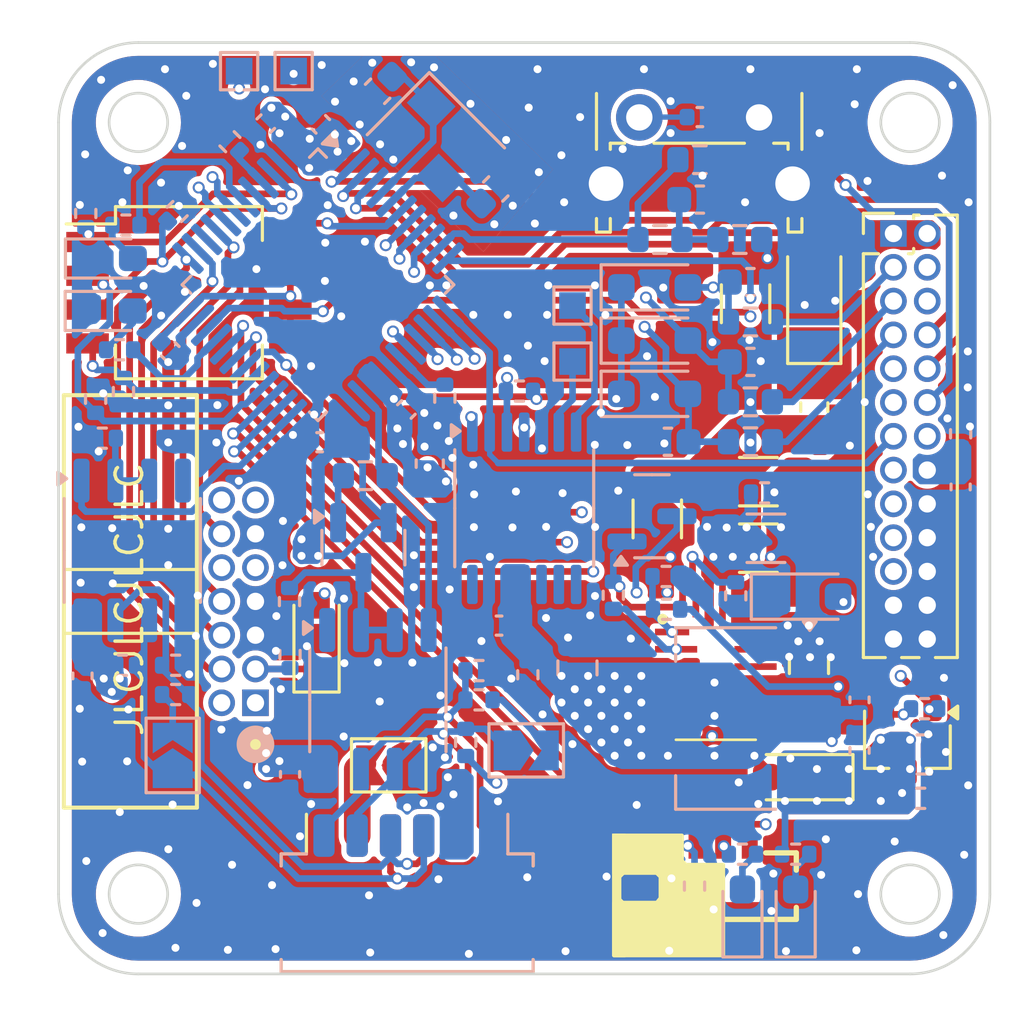
<source format=kicad_pcb>
(kicad_pcb (version 20221018) (generator pcbnew)
  (layers (0 "F.Cu" signal) (1 "In1.Cu" signal) (2 "In2.Cu" signal) (31 "B.Cu" signal) (34 "B.Paste" user) (35 "F.Paste" user) (36 "B.SilkS" user "B.Silkscreen") (37 "F.SilkS" user "F.Silkscreen") (38 "B.Mask" user) (39 "F.Mask" user) (44 "Edge.Cuts" user))
  (net 0 "")
  (net 1 "+3.3V")
  (net 2 "HSE_IN")
  (net 3 "HSE_OUT")
  (net 4 "NRST")
  (net 5 "VCC")
  (net 6 "Net-(D4-A)")
  (net 7 "+5V")
  (net 8 "VDD")
  (net 9 "Net-(C16-Pad1)")
  (net 10 "GND")
  (net 11 "Current_OUTC")
  (net 12 "Current_OUTB")
  (net 13 "Current_OUTA")
  (net 14 "Net-(D1-K)")
  (net 15 "Net-(D2-A)")
  (net 16 "Net-(D3-A)")
  (net 17 "Net-(D5-K)")
  (net 18 "Net-(D7-A)")
  (net 19 "Net-(D8-A)")
  (net 20 "Net-(IC1-FB)")
  (net 21 "Net-(IC1-VCC)")
  (net 26 "Net-(IC1-EN)")
  (net 27 "/Power/PG")
  (net 30 "SWDIO")
  (net 31 "SWCLK")
  (net 32 "SWO")
  (net 37 "CAL")
  (net 38 "ENABLE")
  (net 39 "nFAULT")
  (net 40 "INB_L")
  (net 41 "CS1_MD")
  (net 42 "INC_L")
  (net 43 "INA_L")
  (net 44 "/RS485/24V_IN")
  (net 45 "/RS485/RS485_A")
  (net 46 "/RS485/RS485_B")
  (net 47 "/RS485/RS485_X")
  (net 48 "/RS485/RS485_Y")
  (net 49 "/RS485/24V_OUT")
  (net 50 "Net-(JP1-B)")
  (net 51 "Net-(JP2-B)")
  (net 52 "Net-(Q1-D)")
  (net 53 "Net-(Q3-B)")
  (net 54 "Net-(Q3-C)")
  (net 55 "BOOT0")
  (net 56 "Net-(U1-PB2)")
  (net 57 "LED0")
  (net 58 "LED1")
  (net 59 "DIP_SW0")
  (net 60 "Slide_SW0")
  (net 61 "V_Meas.")
  (net 62 "MainTX3_RS485RX")
  (net 63 "Net-(U3-DE)")
  (net 64 "MISO1")
  (net 65 "SOA")
  (net 66 "SOB")
  (net 67 "SOC")
  (net 69 "SCLK1")
  (net 70 "MOSI1")
  (net 71 "MainRX3_RS485TX")
  (net 72 "INA_H")
  (net 73 "INB_H")
  (net 74 "INC_H")
  (net 76 "Phase_A")
  (net 79 "CS1_Encoder")
  (net 80 "Phase_B")
  (net 85 "DIP_SW1")
  (net 86 "DIP_SW2")
  (net 87 "DIP_SW3")
  (net 88 "Net-(U5-B)")
  (net 89 "Net-(U5-A)")
  (footprint "Capacitor_SMD:C_1206_3216Metric" (layer "F.Cu") (at 22.5 17.9 -90)
    (fp_text reference "C27" hide)
    (fp_text value "10uF")
  )
  (footprint "Package_TO_SOT_SMD:SOT-23W" (layer "F.Cu") (at 31.900001 26.2 -90)
    (fp_text reference "Q2" hide)
    (fp_text value "SSM3J332R" hide)
  )
  (footprint "MyLibrary:DCDC_MPM3620A" (layer "F.Cu") (at 24.7 23.700001)
    (fp_text reference "IC1" hide)
    (fp_text value "DCDC_MPM3620A" hide)
  )
  (footprint "MyLibrary:BoxHeader_2x07_P1.27mm_Horizontal" (layer "F.Cu") (at 7.4 21 180)
    (fp_text reference "J1" hide)
    (fp_text value "Conn_01x14_Pin" hide)
  )
  (footprint "Capacitor_SMD:C_1206_3216Metric" (layer "F.Cu") (at 26.3 19)
    (fp_text reference "C10" hide)
    (fp_text value "10uF" hide)
  )
  (footprint "Jumper:SolderJumper-2_P1.3mm_Open_TrianglePad1.0x1.5mm" (layer "F.Cu") (at 12.408252 27.161442 180)
    (fp_text reference "JP3" hide)
    (fp_text value "SolderJumper_2_Open" hide)
  )
  (footprint "Button_Switch_THT:SW_Tactile_SPST_Angled_PTS645Vx39-2LFS" (layer "F.Cu") (at 21.825 2.8125)
    (fp_text reference "SW1" hide)
    (fp_text value "SW_SPST" hide)
  )
  (footprint "Connector_PinHeader_1.27mm:PinHeader_2x13_P1.27mm_Vertical" (layer "F.Cu") (at 31.375 7.175)
    (fp_text reference "J2" hide)
    (fp_text value "Conn_02x13_Odd_Even" hide)
  )
  (footprint "Capacitor_SMD:C_0805_2012Metric" (layer "F.Cu") (at 28.2 23.449 90)
    (fp_text reference "C11" hide)
    (fp_text value "22uF" hide)
  )
  (footprint "Capacitor_SMD:C_1206_3216Metric" (layer "F.Cu") (at 26.3 16.5)
    (fp_text reference "C26" hide)
    (fp_text value "10uF")
  )
  (footprint "Inductor_SMD:L_0603_1608Metric" (layer "F.Cu") (at 28.4 13.7 -90)
    (fp_text reference "L1" hide)
    (fp_text value "1uH")
  )
  (footprint "Connector_Molex:Molex_PicoBlade_53261-0671_1x06-1MP_P1.25mm_Horizontal" (layer "F.Cu") (at 13.1 32.2)
    (fp_text reference "J4" hide)
    (fp_text value "Conn_01x06_MountingPin" hide)
  )
  (footprint "MyLibrary:SW_Slide_SPDT_SSAJ120100" (layer "F.Cu") (at 24.975 31.7)
    (fp_text reference "SW3" hide)
    (fp_text value "SW_SPDT" hide)
  )
  (footprint "Diode_SMD:D_SOD-123" (layer "F.Cu") (at 28.4 9.7 90)
    (fp_text reference "D5" hide)
    (fp_text value "SS2040FL" hide)
  )
  (footprint "Button_Switch_SMD:SW_DIP_SPSTx04_Slide_Copal_CHS-04B_W7.62mm_P1.27mm" (layer "F.Cu") (at 4.9 9.4)
    (fp_text reference "SW4" hide)
    (fp_text value "SW_DIP_x04")
  )
  (footprint "Capacitor_SMD:C_1206_3216Metric" (layer "F.Cu") (at 25.818415 9.814498 -90)
    (fp_text reference "C14" hide)
    (fp_text value "10uF" hide)
  )
  (footprint "Diode_SMD:D_SOD-323_HandSoldering" (layer "F.Cu") (at 27.845174 27.606272 180)
    (fp_text reference "D6" hide)
    (fp_text value "1N5819WS" hide)
  )
  (footprint "Diode_SMD:D_SOD-323_HandSoldering" (layer "F.Cu") (at 9.695031 22.396856 90)
    (fp_text reference "D1" hide)
    (fp_text value "1N5819WS" hide)
  )
  (footprint "Resistor_SMD:R_0402_1005Metric" (layer "B.Cu") (at 22.848281 21.295901)
    (fp_text reference "R11" hide)
    (fp_text value "12k" hide)
  )
  (footprint "Resistor_SMD:R_0603_1608Metric" (layer "B.Cu") (at 25.6 7.4 180)
    (fp_text reference "R17" hide)
    (fp_text value "1k" hide)
  )
  (footprint "Package_SO:TSSOP-14_4.4x5mm_P0.65mm" (layer "B.Cu") (at 17.5 17.5 -90)
    (fp_text reference "U5" hide)
    (fp_text value "Encoder_Magnetic_AS5047P" hide)
  )
  (footprint "Resistor_SMD:R_0402_1005Metric" (layer "B.Cu") (at 4.4 23.4)
    (fp_text reference "R26" hide)
    (fp_text value "2.2k" hide)
  )
  (footprint "Package_TO_SOT_SMD:SOT-23" (layer "B.Cu") (at 22.3 17.8)
    (fp_text reference "Q1" hide)
    (fp_text value "BSS138" hide)
  )
  (footprint "Resistor_SMD:R_0402_1005Metric" (layer "B.Cu") (at 1.393586 13.404041 -90)
    (fp_text reference "R7" hide)
    (fp_text value "10k" hide)
  )
  (footprint "Resistor_SMD:R_0603_1608Metric" (layer "B.Cu") (at 24.1 4.4)
    (fp_text reference "R19" hide)
    (fp_text value "10k" hide)
  )
  (footprint "Resistor_SMD:R_0402_1005Metric" (layer "B.Cu") (at 17.320756 13.09608)
    (fp_text reference "R32" hide)
    (fp_text value "10k" hide)
  )
  (footprint "Capacitor_SMD:C_0603_1608Metric" (layer "B.Cu") (at 11.99 1.83 45)
    (fp_text reference "C3" hide)
    (fp_text value "22pF" hide)
  )
  (footprint "Capacitor_SMD:C_0402_1005Metric" (layer "B.Cu") (at 16.554419 21.909773)
    (fp_text reference "C24" hide)
    (fp_text value "1uF" hide)
  )
  (footprint "Resistor_SMD:R_0603_1608Metric" (layer "B.Cu") (at 26 15 180)
    (fp_text reference "R34" hide)
    (fp_text value "100" hide)
  )
  (footprint "Resistor_SMD:R_0402_1005Metric" (layer "B.Cu") (at 15.3 26.3 90)
    (fp_text reference "R27" hide)
    (fp_text value "2.2k" hide)
  )
  (footprint "Diode_SMD:D_SOD-323_HandSoldering" (layer "B.Cu") (at 22.4 9.2)
    (fp_text reference "D11" hide)
    (fp_text value "1N5819WS" hide)
  )
  (footprint "Jumper:SolderJumper-2_P1.3mm_Open_TrianglePad1.0x1.5mm" (layer "B.Cu") (at 4.289354 26.788346 90)
    (fp_text reference "JP1" hide)
    (fp_text value "Jumper_2_Open" hide)
  )
  (footprint "Capacitor_SMD:C_0402_1005Metric" (layer "B.Cu") (at 7.787323 3.046472 -135)
    (fp_text reference "C2" hide)
    (fp_text value "0.1uF" hide)
  )
  (footprint "Capacitor_SMD:C_0402_1005Metric" (layer "B.Cu") (at 8.7 27.5 -90)
    (fp_text reference "C19" hide)
    (fp_text value "0.1uF" hide)
  )
  (footprint "Package_QFP:LQFP-48_7x7mm_P0.5mm" (layer "B.Cu") (at 9.75 9.1 -135)
    (fp_text reference "U1" hide)
    (fp_text value "STM32G473CET6" hide)
  )
  (footprint "Capacitor_SMD:C_0402_1005Metric" (layer "B.Cu") (at 30.1 26.6 90)
    (fp_text reference "C12" hide)
    (fp_text value "1uF")
  )
  (footprint "LED_SMD:LED_0603_1608Metric_Pad1.05x0.95mm_HandSolder" (layer "B.Cu") (at 1.91916 8.114527)
    (fp_text reference "D2" hide)
    (fp_text value "Red" hide)
  )
  (footprint "Package_TO_SOT_SMD:SOT-223-3_TabPin2" (layer "B.Cu") (at 25.1 25.4 180)
    (fp_text reference "U2" hide)
    (fp_text value "AZ1117CH-3.3" hide)
  )
  (footprint "Capacitor_SMD:C_1206_3216Metric" (layer "B.Cu") (at 26.582983 18.627613)
    (fp_text reference "C15" hide)
    (fp_text value "10uF")
  )
  (footprint "Resistor_SMD:R_0402_1005Metric" (layer "B.Cu") (at 17.635403 23.757237 90)
    (fp_text reference "R16" hide)
    (fp_text value "10k" hide)
  )
  (footprint "Capacitor_SMD:C_0603_1608Metric" (layer "B.Cu") (at 22.9 15 180)
    (fp_text reference "C23" hide)
    (fp_text value "330pF" hide)
  )
  (footprint "Resistor_SMD:R_0402_1005Metric" (layer "B.Cu") (at 22.830388 20.063608 180)
    (fp_text reference "R12" hide)
    (fp_text value "2.2k" hide)
  )
  (footprint "Resistor_SMD:R_0402_1005Metric" (layer "B.Cu") (at 15.8 24.7 180)
    (fp_text reference "R30" hide)
    (fp_text value "120" hide)
  )
  (footprint "Capacitor_SMD:C_0402_1005Metric" (layer "B.Cu") (at 9.811559 15.017962 180)
    (fp_text reference "C7" hide)
    (fp_text value "0.1uF" hide)
  )
  (footprint "Diode_SMD:D_SOD-323_HandSoldering" (layer "B.Cu") (at 22.4 11.2)
    (fp_text reference "D10" hide)
    (fp_text value "1N5819WS" hide)
  )
  (footprint "Resistor_SMD:R_0402_1005Metric" (layer "B.Cu") (at 15.8 23.6)
    (fp_text reference "R28" hide)
    (fp_text value "2.2k" hide)
  )
  (footprint "Resistor_SMD:R_0402_1005Metric" (layer "B.Cu") (at 2.295514 11.542848)
    (fp_text reference "R5" hide)
    (fp_text value "2k" hide)
  )
  (footprint "Capacitor_SMD:C_0805_2012Metric" (layer "B.Cu") (at 32.525796 26.751141)
    (fp_text reference "C17" hide)
    (fp_text value "10uF" hide)
  )
  (footprint "Resistor_SMD:R_0402_1005Metric" (layer "B.Cu") (at 8.679569 21.006074 -90)
    (fp_text reference "R24" hide)
    (fp_text value "20k" hide)
  )
  (footprint "Resistor_SMD:R_0402_1005Metric" (layer "B.Cu") (at 32.544889 25.03093)
    (fp_text reference "R13" hide)
    (fp_text value "10k" hide)
  )
  (footprint "Resistor_SMD:R_0603_1608Metric" (layer "B.Cu") (at 26 10.5 180)
    (fp_text reference "R36" hide)
    (fp_text value "100" hide)
  )
  (footprint "LED_SMD:LED_0603_1608Metric_Pad1.05x0.95mm_HandSolder" (layer "B.Cu") (at 1.91026 10.085648)
    (fp_text reference "D3" hide)
    (fp_text value "Red" hide)
  )
  (footprint "Resistor_SMD:R_0603_1608Metric" (layer "B.Cu") (at 22.6 7.4 180)
    (fp_text reference "R18" hide)
    (fp_text value "75k" hide)
  )
  (footprint "TestPoint:TestPoint_Pad_1.0x1.0mm" (layer "B.Cu") (at 6.785121 1.074264 180)
    (fp_text reference "TP1" hide)
    (fp_text value "TestPoint")
  )
  (footprint "Resistor_SMD:R_0402_1005Metric" (layer "B.Cu") (at 27.7 30.5 180)
    (fp_text reference "R20" hide)
    (fp_text value "2k" hide)
  )
  (footprint "Resistor_SMD:R_0402_1005Metric" (layer "B.Cu") (at 1.02244 6.42206 -90)
    (fp_text reference "R6" hide)
    (fp_text value "10k" hide)
  )
  (footprint "Resistor_SMD:R_0402_1005Metric" (layer "B.Cu") (at 2.531777 6.858781)
    (fp_text reference "R4" hide)
    (fp_text value "2k" hide)
  )
  (footprint "Capacitor_SMD:C_0805_2012Metric" (layer "B.Cu") (at 19.5 23.5 90)
    (fp_text reference "C18" hide)
    (fp_text value "10uF" hide)
  )
  (footprint "Capacitor_SMD:C_0603_1608Metric" (layer "B.Cu") (at 26 12)
    (fp_text reference "C22" hide)
    (fp_text value "330pF" hide)
  )
  (footprint "TestPoint:TestPoint_Pad_1.0x1.0mm" (layer "B.Cu") (at 19.31431 9.88215 180)
    (fp_text reference "TP3" hide)
    (fp_text value "TestPoint")
  )
  (footprint "Resistor_SMD:R_0402_1005Metric" (layer "B.Cu") (at 20.847497 20.770065 -90)
    (fp_text reference "R10" hide)
    (fp_text value "100k" hide)
  )
  (footprint "Package_TO_SOT_SMD:SOT-23" (layer "B.Cu") (at 11.456 18.98 -90)
    (fp_text reference "Q3" hide)
    (fp_text value "S8550" hide)
  )
  (footprint "Resistor_SMD:R_0402_1005Metric" (layer "B.Cu") (at 4.4 24.5)
    (fp_text reference "R29" hide)
    (fp_text value "120" hide)
  )
  (footprint "Jumper:SolderJumper-2_P1.3mm_Open_TrianglePad1.0x1.5mm" (layer "B.Cu") (at 17.575 26.6)
    (fp_text reference "JP2" hide)
    (fp_text value "Jumper_2_Open" hide)
  )
  (footprint "Capacitor_SMD:C_0402_1005Metric" (layer "B.Cu") (at 4.2 11.6 -45)
    (fp_text reference "C5" hide)
    (fp_text value "0.1uF" hide)
  )
  (footprint "Capacitor_SMD:C_0402_1005Metric" (layer "B.Cu") (at 33.9 16.7 -90)
    (fp_text reference "C25" hide)
    (fp_text value "0.1uF")
  )
  (footprint "Resistor_SMD:R_0402_1005Metric" (layer "B.Cu") (at 6.440393 3.72513 135)
    (fp_text reference "R1" hide)
    (fp_text value "10k" hide)
  )
  (footprint "Resistor_SMD:R_0402_1005Metric" (layer "B.Cu") (at 25.700001 30.5 180)
    (fp_text reference "R21" hide)
    (fp_text value "2k" hide)
  )
  (footprint "TestPoint:TestPoint_Pad_1.0x1.0mm" (layer "B.Cu") (at 19.315915 11.987012 180)
    (fp_text reference "TP2" hide)
    (fp_text value "TestPoint")
  )
  (footprint "Capacitor_SMD:C_0603_1608Metric" (layer "B.Cu") (at 26 9)
    (fp_text reference "C21" hide)
    (fp_text value "330pF" hide)
  )
  (footprint "Capacitor_SMD:C_0402_1005Metric" (layer "B.Cu") (at 24.1 2.8)
    (fp_text reference "C8" hide)
    (fp_text value "0.1uF" hide)
  )
  (footprint "Resistor_SMD:R_0402_1005Metric" (layer "B.Cu") (at 8.698293 22.994051 90)
    (fp_text reference "R2" hide)
    (fp_text value "1k" hide)
  )
  (footprint "Capacitor_SMD:C_0603_1608Metric" (layer "B.Cu") (at 24.1 5.9)
    (fp_text reference "C16" hide)
    (fp_text value "0.1uF" hide)
  )
  (footprint "Resistor_SMD:R_0402_1005Metric" (layer "B.Cu") (at 14.517 13.365 -90)
    (fp_text reference "R3" hide)
    (fp_text value "10k" hide)
  )
  (footprint "Capacitor_SMD:C_0402_1005Metric" (layer "B.Cu") (at 9.855025 3.072435 135)
    (fp_text reference "C1" hide)
    (fp_text value "0.1uF" hide)
  )
  (footprint "Resistor_SMD:R_0402_1005Metric" (layer "B.Cu") (at 25.447948 20.791165 -90)
    (fp_text reference "R9" hide)
    (fp_text value "200k" hide)
  )
  (footprint "Resistor_SMD:R_0402_1005Metric" (layer "B.Cu") (at 4.45757 6.347878 -135)
    (fp_text reference "R31" hide)
    (fp_text value "10k")
  )
  (footprint "Resistor_SMD:R_0402_1005Metric" (layer "B.Cu") (at 1.644265 14.867059 180)
    (fp_text reference "R23" hide)
    (fp_text value "10k" hide)
  )
  (footprint "Crystal:Crystal_SMD_3225-4Pin_3.2x2.5mm" (layer "B.Cu") (at 14.18 3.71 -45)
    (fp_text reference "Y1" hide)
    (fp_text value "16MHz")
  )
  (footprint "Resistor_SMD:R_0603_1608Metric" (layer "B.Cu") (at 11.528089 16.276059)
    (fp_text reference "R22" hide)
    (fp_text value "7.5k" hide)
  )
  (footprint "Resistor_SMD:R_0402_1005Metric" (layer "B.Cu") (at 26.533189 16.921968)
    (fp_text reference "R15" hide)
    (fp_text value "20k" hide)
  )
  (footprint "Resistor_SMD:R_0402_1005Metric" (layer "B.Cu") (at 32.4 28.4 180)
    (fp_text reference "R14" hide)
    (fp_text value "10k" hide)
  )
  (footprint "TestPoint:TestPoint_Pad_1.0x1.0mm" (layer "B.Cu") (at 8.834022 1.071221 180)
    (fp_text reference "TP4" hide)
    (fp_text value "TestPoint")
  )
  (footprint "Package_SO:SOP-8_3.9x4.9mm_P1.27mm" (layer "B.Cu") (at 2.770446 19.085504 -90)
    (fp_text reference "U3" hide)
    (fp_text value "MAX3485" hide)
  )
  (footprint "Capacitor_SMD:C_0402_1005Metric" (layer "B.Cu") (at 30.1 24.7 90)
    (fp_text reference "C13" hide)
    (fp_text value "1uF")
  )
  (footprint "Diode_SMD:D_SOD-323_HandSoldering" (layer "B.Cu") (at 22.4 13.2)
    (fp_text reference "D9" hide)
    (fp_text value "1N5819WS" hide)
  )
  (footprint "Capacitor_SMD:C_0402_1005Metric" (layer "B.Cu") (at 0.9 23.8 -90)
    (fp_text reference "C20" hide)
    (fp_text value "0.1uF" hide)
  )
  (footprint "Resistor_SMD:R_0402_1005Metric" (layer "B.Cu") (at 23.9 31.7 -90)
    (fp_text reference "R8" hide)
    (fp_text value "10k" hide)
  )
  (footprint "Resistor_SMD:R_0603_1608Metric" (layer "B.Cu") (at 26 13.5 180)
    (fp_text reference "R35" hide)
    (fp_text value "100" hide)
  )
  (footprint "Capacitor_SMD:C_0402_1005Metric" (layer "B.Cu") (at 13.071 13.788 45)
    (fp_text reference "C6" hide)
    (fp_text value "0.1uF" hide)
  )
  (footprint "Capacitor_SMD:C_0603_1608Metric" (layer "B.Cu") (at 13.95 15.823 -90)
    (fp_text reference "C9" hide)
    (fp_text value "4.7uF" hide)
  )
  (footprint "Resistor_SMD:R_0402_1005Metric" (layer "B.Cu") (at 2.4 23.4)
    (fp_text reference "R25" hide)
    (fp_text value "2.2k" hide)
  )
  (footprint "Resistor_SMD:R_0402_1005Metric" (layer "B.Cu") (at 33.9 14.7 90)
    (fp_text reference "R37" hide)
    (fp_text value "10k")
  )
  (footprint "LED_SMD:LED_0603_1608Metric_Pad1.05x0.95mm_HandSolder" (layer "B.Cu") (at 27.700001 32.7 90)
    (fp_text reference "D7" hide)
    (fp_text value "Green" hide)
  )
  (footprint "Resistor_SMD:R_0402_1005Metric" (layer "B.Cu") (at 2.439112 13.113082 90)
    (fp_text reference "R33" hide)
    (fp_text value "10k")
  )
  (footprint "LED_SMD:LED_0603_1608Metric_Pad1.05x0.95mm_HandSolder" (layer "B.Cu") (at 25.7 32.7 90)
    (fp_text reference "D8" hide)
    (fp_text value "Green" hide)
  )
  (footprint "Capacitor_SMD:C_0603_1608Metric" (layer "B.Cu") (at 16.43 5.5 -135)
    (fp_text reference "C4" hide)
    (fp_text value "22pF" hide)
  )
  (footprint "Connector_Molex:Molex_PicoBlade_53261-0671_1x06-1MP_P1.25mm_Horizontal" (layer "B.Cu") (at 13.1 32.2 180)
    (fp_text reference "J3" hide)
    (fp_text value "Conn_01x06_MountingPin" hide)
  )
  (footprint "Package_SO:SOP-8_3.9x4.9mm_P1.27mm" (layer "B.Cu") (at 12 24.7 -90)
    (fp_text reference "U4" hide)
    (fp_text value "MAX3485" hide)
  )
  (footprint "Diode_SMD:D_SOD-323_HandSoldering" (layer "B.Cu") (at 28.044085 20.820723)
    (fp_text reference "D4" hide)
    (fp_text value "1N5819WS" hide)
  )
  (gr_arc (start 35 32) (mid 34.12132 34.12132) (end 32 35) (stroke (width 0.1)) (layer "Edge.Cuts"))
  (gr_circle (center 32 3) (end 33.1 3) (stroke (width 0.1)) (fill none) (layer "Edge.Cuts"))
  (gr_line (start 32 35) (end 3 35) (stroke (width 0.1)) (layer "Edge.Cuts"))
  (gr_line (start 35 3) (end 35 32) (stroke (width 0.1)) (layer "Edge.Cuts"))
  (gr_circle (center 3 3) (end 4.1 3) (stroke (width 0.1)) (fill none) (layer "Edge.Cuts"))
  (gr_circle (center 32 32) (end 33.1 32) (stroke (width 0.1)) (fill none) (layer "Edge.Cuts"))
  (gr_line (start 3 0) (end 32 0) (stroke (width 0.1)) (layer "Edge.Cuts"))
  (gr_line (start 0 32) (end 0 3) (stroke (width 0.1)) (layer "Edge.Cuts"))
  (gr_circle (center 3 32) (end 4.1 32) (stroke (width 0.1)) (fill none) (layer "Edge.Cuts"))
  (gr_arc (start 3 35) (mid 0.87868 34.12132) (end 0 32) (stroke (width 0.1)) (layer "Edge.Cuts"))
  (gr_arc (start 0 3) (mid 0.878679 0.878679) (end 3 0) (stroke (width 0.1)) (layer "Edge.Cuts"))
  (gr_arc (start 32 0) (mid 34.12132 0.87868) (end 35 3) (stroke (width 0.1)) (layer "Edge.Cuts"))
  (gr_text "JLCJLCJLCJLC" (at 3.25 26.15 90) (layer "F.SilkS") (effects (font (size 1 1) (thickness 0.13)) (justify left bottom)))
  (segment (start 26.595174 27.606272) (end 26.595174 27.245174) (width 0.25) (layer "F.Cu") (net 1))
  (segment (start 10 20.7) (end 10 20.841887) (width 0.25) (layer "F.Cu") (net 1))
  (segment (start 18.03885 13.312248) (end 17.959351 13.391747) (width 0.25) (layer "F.Cu") (net 1))
  (segment (start 8.71 9.52992) (end 8.71 7.495) (width 0.25) (layer "F.Cu") (net 1))
  (segment (start 8.709069 9.530851) (end 8.71 9.52992) (width 0.25) (layer "F.Cu") (net 1))
  (segment (start 20.958253 13.391747) (end 20.878754 13.312248) (width 0.25) (layer "F.Cu") (net 1))
  (segment (start 12.68469 13.308265) (end 12.601208 13.391747) (width 0.25) (layer "F.Cu") (net 1))
  (segment (start 20.878754 13.312248) (end 18.03885 13.312248) (width 0.25) (layer "F.Cu") (net 1))
  (segment (start 26.595174 27.245174) (end 26.15 26.8) (width 0.25) (layer "F.Cu") (net 1))
  (segment (start 10 20.841887) (end 9.695031 21.146856) (width 0.25) (layer "F.Cu") (net 1))
  (segment (start 17.959351 13.391747) (end 17.875869 13.308265) (width 0.25) (layer "F.Cu") (net 1))
  (segment (start 17.875869 13.308265) (end 12.68469 13.308265) (width 0.25) (layer "F.Cu") (net 1))
  (segment (start 8.709069 9.530851) (end 8.71 9.531782) (width 0.25) (layer "F.Cu") (net 1))
  (segment (start 8.71 9.531782) (end 8.71 11.305) (width 0.25) (layer "F.Cu") (net 1))
  (via (at 14.557155 16.491036) (size 0.45) (drill 0.3) (layers "F.Cu" "B.Cu") (net 1))
  (via (at 24.65 26.8) (size 0.45) (drill 0.3) (layers "F.Cu" "B.Cu") (net 1))
  (via (at 12.943063 15.085658) (size 0.45) (drill 0.3) (layers "F.Cu" "B.Cu") (net 1))
  (via (at 10.385068 3.455492) (size 0.45) (drill 0.3) (layers "F.Cu" "B.Cu") (net 1))
  (via (at 8.304753 3.406195) (size 0.45) (drill 0.3) (layers "F.Cu" "B.Cu") (net 1))
  (via (at 9.418855 4.714197) (size 0.45) (drill 0.3) (layers "F.Cu" "B.Cu") (net 1))
  (via (at 19.9 24.8) (size 0.45) (drill 0.3) (layers "F.Cu" "B.Cu") (net 1))
  (via (at 8 2.45) (size 0.45) (drill 0.3) (layers "F.Cu" "B.Cu") (net 1))
  (via (at 16.452617 27.815228) (size 0.45) (drill 0.3) (layers "F.Cu" "B.Cu") (net 1))
  (via (at 19.9 25.8) (size 0.45) (drill 0.3) (layers "F.Cu" "B.Cu") (net 1))
  (via (at 12.732512 14.499738) (size 0.45) (drill 0.3) (layers "F.Cu" "B.Cu") (net 1))
  (via (at 2 24.4) (size 0.45) (drill 0.3) (layers "F.Cu" "B.Cu") (net 1))
  (via (at 20.9 26.8) (size 0.45) (drill 0.3) (layers "F.Cu" "B.Cu") (net 1))
  (via (at 19.4 25.3) (size 0.45) (drill 0.3) (layers "F.Cu" "B.Cu") (net 1))
  (via (at 21.4 26.3) (size 0.45) (drill 0.3) (layers "F.Cu" "B.Cu") (net 1))
  (via (at 8.3 27) (size 0.45) (drill 0.3) (layers "F.Cu" "B.Cu") (net 1))
  (via (at 21.9 24.8) (size 0.45) (drill 0.3) (layers "F.Cu" "B.Cu") (net 1))
  (via (at 18.9 23.8) (size 0.45) (drill 0.3) (layers "F.Cu" "B.Cu") (net 1))
  (via (at 7.8 26.7) (size 0.45) (drill 0.3) (layers "F.Cu" "B.Cu") (net 1))
  (via (at 20.9 25.8) (size 0.45) (drill 0.3) (layers "F.Cu" "B.Cu") (net 1))
  (via (at 24.65 24.05) (size 0.45) (drill 0.3) (layers "F.Cu" "B.Cu") (net 1))
  (via (at 26.15 26.8) (size 0.45) (drill 0.3) (layers "F.Cu" "B.Cu") (net 1))
  (via (at 13.866581 15.963626) (size 0.45) (drill 0.3) (layers "F.Cu" "B.Cu") (net 1))
  (via (at 20.4 24.3) (size 0.45) (drill 0.3) (layers "F.Cu" "B.Cu") (net 1))
  (via (at 1.7 23.9) (size 0.45) (drill 0.3) (layers "F.Cu" "B.Cu") (net 1))
  (via (at 12.601208 13.391747) (size 0.45) (drill 0.3) (layers "F.Cu" "B.Cu") (net 1))
  (via (at 7.8 27.3) (size 0.45) (drill 0.3) (layers "F.Cu" "B.Cu") (net 1))
  (via (at 10 20.7) (size 0.45) (drill 0.3) (layers "F.Cu" "B.Cu") (net 1))
  (via (at 8.709069 9.530851) (size 0.45) (drill 0.3) (layers "F.Cu" "B.Cu") (net 1))
  (via (at 24.65 25.3) (size 0.45) (drill 0.3) (layers "F.Cu" "B.Cu") (net 1))
  (via (at 21.9 23.8) (size 0.45) (drill 0.3) (layers "F.Cu" "B.Cu") (net 1))
  (via (at 2.3 23.9) (size 0.45) (drill 0.3) (layers "F.Cu" "B.Cu") (net 1))
  (via (at 10.485578 4.098812) (size 0.45) (drill 0.3) (layers "F.Cu" "B.Cu") (net 1))
  (via (at 9.131159 19.289618) (size 0.45) (drill 0.3) (layers "F.Cu" "B.Cu") (net 1))
  (via (at 9.131159 18.664615) (size 0.45) (drill 0.3) (layers "F.Cu" "B.Cu") (net 1))
  (via (at 8.518372 2.781772) (size 0.45) (drill 0.3) (layers "F.Cu" "B.Cu") (net 1))
  (via (at 21.4 24.3) (size 0.45) (drill 0.3) (layers "F.Cu" "B.Cu") (net 1))
  (via (at 20.4 25.3) (size 0.45) (drill 0.3) (layers "F.Cu" "B.Cu") (net 1))
  (via (at 21.4 25.3) (size 0.45) (drill 0.3) (layers "F.Cu" "B.Cu") (net 1))
  (via (at 20.958253 13.391747) (size 0.45) (drill 0.3) (layers "F.Cu" "B.Cu") (net 1))
  (via (at 22.9 26.8) (size 0.45) (drill 0.3) (layers "F.Cu" "B.Cu") (net 1))
  (via (at 9.439396 3.615706) (size 0.45) (drill 0.3) (layers "F.Cu" "B.Cu") (net 1))
  (via (at 21.9 25.8) (size 0.45) (drill 0.3) (layers "F.Cu" "B.Cu") (net 1))
  (via (at 11 3.7) (size 0.45) (drill 0.3) (layers "F.Cu" "B.Cu") (net 1))
  (via (at 20.9 24.8) (size 0.45) (drill 0.3) (layers "F.Cu" "B.Cu") (net 1))
  (via (at 18.9 24.8) (size 0.45) (drill 0.3) (layers "F.Cu" "B.Cu") (net 1))
  (via (at 20.4 26.3) (size 0.45) (drill 0.3) (layers "F.Cu" "B.Cu") (net 1))
  (via (at 17.959351 13.391747) (size 0.45) (drill 0.3) (layers "F.Cu" "B.Cu") (net 1))
  (via (at 29.05516 26.250228) (size 0.45) (drill 0.3) (layers "F.Cu" "B.Cu") (net 1))
  (via (at 20.9 23.8) (size 0.45) (drill 0.3) (layers "F.Cu" "B.Cu") (net 1))
  (via (at 19.9 23.8) (size 0.45) (drill 0.3) (layers "F.Cu" "B.Cu") (net 1))
  (via (at 25 30.2) (size 0.45) (drill 0.3) (layers "F.Cu" "B.Cu") (net 1))
  (via (at 19.4 24.3) (size 0.45) (drill 0.3) (layers "F.Cu" "B.Cu") (net 1))
  (via (at 9.756 19.289618) (size 0.45) (drill 0.3) (layers "F.Cu" "B.Cu") (net 1))
  (via (at 21.9 26.8) (size 0.45) (drill 0.3) (layers "F.Cu" "B.Cu") (net 1))
  (segment (start 29.651366 25.18) (end 30.1 25.18) (width 0.25) (layer "B.Cu") (net 1))
  (segment (start 17.959351 13.391747) (end 17.959351 13.224675) (width 0.25) (layer "B.Cu") (net 1))
  (segment (start 29.05516 26.250228) (end 29.05516 25.776206) (width 0.25) (layer "B.Cu") (net 1))
  (segment (start 29.05516 25.776206) (end 29.651366 25.18) (width 0.25) (layer "B.Cu") (net 1))
  (segment (start 11.428089 15.986531) (end 11.428089 14.667177) (width 0.25) (layer "B.Cu") (net 1))
  (segment (start 25 30.309999) (end 25.190001 30.5) (width 0.25) (layer "B.Cu") (net 1))
  (segment (start 11.428089 17.064589) (end 11.428089 15.986531) (width 0.25) (layer "B.Cu") (net 1))
  (segment (start 17.054419 22.172921) (end 17.054419 21.909773) (width 1) (layer "B.Cu") (net 1))
  (segment (start 9.756 19.289618) (end 10.67463 19.289618) (width 0.25) (layer "B.Cu") (net 1))
  (segment (start 12.601208 13.391747) (end 12.601208 15.128802) (width 0.5) (layer "B.Cu") (net 1))
  (segment (start 9.77 27) (end 8.3 27) (width 0.5) (layer "B.Cu") (net 1))
  (segment (start 17.959351 13.224675) (end 17.830756 13.09608) (width 0.25) (layer "B.Cu") (net 1))
  (segment (start 5.430061 9.530851) (end 4.862124 10.098788) (width 0.25) (layer "B.Cu") (net 1))
  (segment (start 12.601208 15.128802) (end 13.95 16.477594) (width 0.5) (layer "B.Cu") (net 1))
  (segment (start 21.15 9.2) (end 21.15 13.2) (width 0.25) (layer "B.Cu") (net 1))
  (segment (start 3.860589 11.100323) (end 4.862124 10.098788) (width 0.25) (layer "B.Cu") (net 1))
  (segment (start 0.865446 23.065446) (end 1.7 23.9) (width 0.5) (layer "B.Cu") (net 1))
  (segment (start 0.865446 21.710504) (end 0.865446 23.065446) (width 0.5) (layer "B.Cu") (net 1))
  (segment (start 11.921748 18.0425) (end 12.406 18.0425) (width 0.25) (layer "B.Cu") (net 1))
  (segment (start 30.1 25.18) (end 28.47 25.18) (width 0.5) (layer "B.Cu") (net 1))
  (segment (start 11.428089 15.986531) (end 11.428089 15.782139) (width 0.25) (layer "B.Cu") (net 1))
  (segment (start 16.305228 27.815228) (end 16.452617 27.815228) (width 0.25) (layer "B.Cu") (net 1))
  (segment (start 25 30.2) (end 25 30.309999) (width 0.25) (layer "B.Cu") (net 1))
  (segment (start 10.678077 14.905375) (end 10.678077 14.058587) (width 0.5) (layer "B.Cu") (net 1))
  (segment (start 13.95 16.477594) (end 13.95 16.598) (width 0.5) (layer "B.Cu") (net 1))
  (segment (start 12.406 18.0425) (end 11.428089 17.064589) (width 0.25) (layer "B.Cu") (net 1))
  (segment (start 10.748788 13.987876) (end 11.428089 14.667177) (width 0.25) (layer "B.Cu") (net 1))
  (segment (start 8.709069 9.530851) (end 5.430061 9.530851) (width 0.25) (layer "B.Cu") (net 1))
  (segment (start 15.3 26.81) (end 16.305228 27.815228) (width 0.25) (layer "B.Cu") (net 1))
  (segment (start 9.756 19.289618) (end 9.756 18.121586) (width 0.5) (layer "B.Cu") (net 1))
  (segment (start 19.331498 24.45) (end 17.054419 22.172921) (width 1) (layer "B.Cu") (net 1))
  (segment (start 10.67463 19.289618) (end 11.921748 18.0425) (width 0.25) (layer "B.Cu") (net 1))
  (segment (start 10.095 27.325) (end 9.77 27) (width 0.5) (layer "B.Cu") (net 1))
  (segment (start 10.678077 14.905375) (end 9.756 15.827452) (width 0.5) (layer "B.Cu") (net 1))
  (segment (start 28.47 25.18) (end 28.25 25.4) (width 0.5) (layer "B.Cu") (net 1))
  (segment (start 9.756 15.827452) (end 9.756 17.482094) (width 0.5) (layer "B.Cu") (net 1))
  (segment (start 19.5 24.45) (end 19.331498 24.45) (width 1) (layer "B.Cu") (net 1))
  (segment (start 9.756 17.482094) (end 9.756 18.121586) (width 0.5) (layer "B.Cu") (net 1))
  (segment (start 3.860589 11.260589) (end 3.860589 11.100323) (width 0.25) (layer "B.Cu") (net 1))
  (segment (start 10.107393 15.476059) (end 9.756 15.827452) (width 0.25) (layer "B.Cu") (net 1))
  (segment (start 12.538008 1.281992) (end 12.954073 1.281992) (width 0.25) (layer "B.Cu") (net 2))
  (segment (start 12.954073 1.281992) (end 14.003223 2.331142) (width 0.25) (layer "B.Cu") (net 2))
  (segment (start 14.08 2.407919) (end 14.003223 2.331142) (width 0.25) (layer "B.Cu") (net 2))
  (segment (start 14.08 3.70934) (end 14.08 2.407919) (width 0.25) (layer "B.Cu") (net 2))
  (segment (start 12.163002 5.626338) (end 14.08 3.70934) (width 0.25) (layer "B.Cu") (net 2))
  (segment (start 12.516555 5.979891) (end 13.407588 5.088858) (width 0.25) (layer "B.Cu") (net 3))
  (segment (start 15.881992 6.048008) (end 14.922842 5.088858) (width 0.25) (layer "B.Cu") (net 3))
  (segment (start 13.407588 5.088858) (end 14.356777 5.088858) (width 0.25) (layer "B.Cu") (net 3))
  (segment (start 14.922842 5.088858) (end 14.356777 5.088858) (width 0.25) (layer "B.Cu") (net 3))
  (segment (start 7.12844 7.390732) (end 7.12844 7.923395) (width 0.25) (layer "F.Cu") (net 4))
  (segment (start 7.729172 6.79) (end 7.12844 7.390732) (width 0.25) (layer "F.Cu") (net 4))
  (segment (start 5.305 10.860481) (end 5.305 17.635) (width 0.25) (layer "F.Cu") (net 4))
  (segment (start 5.305 17.635) (end 6.13 18.46) (width 0.25) (layer "F.Cu") (net 4))
  (segment (start 6.815969 9.349512) (end 5.305 10.860481) (width 0.25) (layer "F.Cu") (net 4))
  (segment (start 7.12844 7.923395) (end 6.815969 8.235866) (width 0.25) (layer "F.Cu") (net 4))
  (segment (start 10.09791 6.79) (end 7.729172 6.79) (width 0.25) (layer "F.Cu") (net 4))
  (segment (start 6.815969 8.235866) (end 6.815969 9.349512) (width 0.25) (layer "F.Cu") (net 4))
  (via (at 10.09791 6.79) (size 0.45) (drill 0.3) (layers "F.Cu" "B.Cu") (net 4))
  (segment (start 10.209292 6.901382) (end 12.302172 6.901382) (width 0.25) (layer "B.Cu") (net 4))
  (segment (start 12.302172 6.901382) (end 12.870109 6.333445) (width 0.25) (layer "B.Cu") (net 4))
  (segment (start 23.62 2.8) (end 21.8375 2.8) (width 0.2) (layer "B.Cu") (net 4))
  (segment (start 10.09791 6.79) (end 10.209292 6.901382) (width 0.25) (layer "B.Cu") (net 4))
  (segment (start 21.8375 2.8) (end 21.825 2.8125) (width 0.2) (layer "B.Cu") (net 4))
  (via (at 26.129882 19.325) (size 0.45) (drill 0.3) (layers "F.Cu" "B.Cu") (net 5))
  (via (at 25.107983 18.225) (size 0.45) (drill 0.3) (layers "F.Cu" "B.Cu") (net 5))
  (via (at 24.369879 18.19877) (size 0.45) (drill 0.3) (layers "F.Cu" "B.Cu") (net 5))
  (via (at 25.337604 19.325) (size 0.45) (drill 0.3) (layers "F.Cu" "B.Cu") (net 5))
  (via (at 24.608628 19.32541) (size 0.45) (drill 0.3) (layers "F.Cu" "B.Cu") (net 5))
  (via (at 25.854161 18.219529) (size 0.45) (drill 0.3) (layers "F.Cu" "B.Cu") (net 5))
  (segment (start 26.023189 16.921968) (end 26.023189 17.712407) (width 0.5) (layer "B.Cu") (net 5))
  (segment (start 26.023189 17.712407) (end 25.107983 18.627613) (width 0.5) (layer "B.Cu") (net 5))
  (segment (start 31.757728 25.246817) (end 31.196818 25.246817) (width 0.25) (layer "F.Cu") (net 6))
  (segment (start 31.196818 25.246817) (end 30.950001 25) (width 0.25) (layer "F.Cu") (net 6))
  (via (at 31.757728 25.246817) (size 0.45) (drill 0.3) (layers "F.Cu" "B.Cu") (net 6))
  (via (at 29.49635 21.02648) (size 0.45) (drill 0.3) (layers "F.Cu" "B.Cu") (net 6))
  (via (at 29.3 24.2) (size 0.45) (drill 0.3) (layers "F.Cu" "B.Cu") (net 6))
  (segment (start 26.663604 24.2) (end 23.759505 21.295901) (width 0.25) (layer "B.Cu") (net 6))
  (segment (start 29.3 24.2) (end 26.663604 24.2) (width 0.25) (layer "B.Cu") (net 6))
  (segment (start 23.759505 21.295901) (end 23.358281 21.295901) (width 0.25) (layer "B.Cu") (net 6))
  (via (at 29.7 27.3) (size 0.45) (drill 0.3) (layers "F.Cu" "B.Cu") (net 7))
  (via (at 32 27.3) (size 0.45) (drill 0.3) (layers "F.Cu" "B.Cu") (net 7))
  (via (at 29.7 28.5) (size 0.45) (drill 0.3) (layers "F.Cu" "B.Cu") (net 7))
  (via (at 28.5 27.3) (size 0.45) (drill 0.3) (layers "F.Cu" "B.Cu") (net 7))
  (via (at 30.9 28.5) (size 0.45) (drill 0.3) (layers "F.Cu" "B.Cu") (net 7))
  (via (at 30.9 26.2) (size 0.45) (drill 0.3) (layers "F.Cu" "B.Cu") (net 7))
  (via (at 28.5 28.5) (size 0.45) (drill 0.3) (layers "F.Cu" "B.Cu") (net 7))
  (via (at 32 26.2) (size 0.45) (drill 0.3) (layers "F.Cu" "B.Cu") (net 7))
  (via (at 27.3 28.5) (size 0.45) (drill 0.3) (layers "F.Cu" "B.Cu") (net 7))
  (via (at 27.5 26.9) (size 0.45) (drill 0.3) (layers "F.Cu" "B.Cu") (net 7))
  (via (at 31.7 28.2) (size 0.45) (drill 0.3) (layers "F.Cu" "B.Cu") (net 7))
  (via (at 30.9 27.3) (size 0.45) (drill 0.3) (layers "F.Cu" "B.Cu") (net 7))
  (segment (start 27.3 28.5) (end 27.3 30.39) (width 0.25) (layer "B.Cu") (net 7))
  (segment (start 27.3 30.39) (end 27.19 30.5) (width 0.25) (layer "B.Cu") (net 7))
  (via (at 26.639208 8.1) (size 0.45) (drill 0.3) (layers "F.Cu" "B.Cu") (net 8))
  (segment (start 26.639208 7.614208) (end 26.639208 8.1) (width 0.25) (layer "B.Cu") (net 8))
  (segment (start 26.425 7.4) (end 26.639208 7.614208) (width 0.25) (layer "B.Cu") (net 8))
  (segment (start 24.775 7.4) (end 23.425 7.4) (width 0.25) (layer "B.Cu") (net 9))
  (segment (start 23.325 7.3) (end 23.425 7.4) (width 0.25) (layer "B.Cu") (net 9))
  (segment (start 23.325 5.9) (end 23.325 7.3) (width 0.25) (layer "B.Cu") (net 9))
  (segment (start 5.161314 22.299164) (end 5.161314 22.291853) (width 0.25) (layer "F.Cu") (net 10))
  (segment (start 4.122365 19.673444) (end 5.231028 20.782107) (width 0.25) (layer "F.Cu") (net 10))
  (segment (start 30.923019 21.145) (end 31.375 21.145) (width 1) (layer "F.Cu") (net 10))
  (segment (start 27.775 19) (end 28.778019 19) (width 1) (layer "F.Cu") (net 10))
  (segment (start 5.161314 22.291853) (end 3.122365 20.252904) (width 0.25) (layer "F.Cu") (net 10))
  (segment (start 2.215 10.128501) (end 2.215 12.644238) (width 0.25) (layer "F.Cu") (net 10))
  (segment (start 28.778019 19) (end 30.923019 21.145) (width 1) (layer "F.Cu") (net 10))
  (segment (start 4.122365 12.005533) (end 4.122365 19.673444) (width 0.25) (layer "F.Cu") (net 10))
  (segment (start 3.197771 9.14573) (end 2.215 10.128501) (width 0.25) (layer "F.Cu") (net 10))
  (segment (start 3.122365 20.252904) (end 3.122365 10.992504) (width 0.25) (layer "F.Cu") (net 10))
  (segment (start 2.215 12.644238) (end 1.679392 13.179846) (width 0.25) (layer "F.Cu") (net 10))
  (segment (start 3.122365 10.992504) (end 4.748135 9.366734) (width 0.25) (layer "F.Cu") (net 10))
  (via (at 34.166991 12.957775) (size 0.45) (drill 0.3) (layers "F.Cu" "B.Cu") (net 10))
  (via (at 23 3.4) (size 0.45) (drill 0.3) (layers "F.Cu" "B.Cu") (net 10))
  (via (at 12.069345 24.762212) (size 0.45) (drill 0.3) (layers "F.Cu" "B.Cu") (net 10))
  (via (at 1.508811 15.363623) (size 0.45) (drill 0.3) (layers "F.Cu" "B.Cu") (net 10))
  (via (at 17.9 6.8) (size 0.45) (drill 0.3) (layers "F.Cu" "B.Cu") (net 10))
  (via (at 30 1) (size 0.45) (drill 0.3) (layers "F.Cu" "B.Cu") (net 10))
  (via (at 27.148927 18.211778) (size 0.45) (drill 0.3) (layers "F.Cu" "B.Cu") (net 10))
  (via (at 2.300947 28.915791) (size 0.45) (drill 0.3) (layers "F.Cu" "B.Cu") (net 10))
  (via (at 28.6 3.4) (size 0.45) (drill 0.3) (layers "F.Cu" "B.Cu") (net 10))
  (via (at 11.513891 7.480556) (size 0.45) (drill 0.3) (layers "F.Cu" "B.Cu") (net 10))
  (via (at 29.736975 15.146343) (size 0.45) (drill 0.3) (layers "F.Cu" "B.Cu") (net 10))
  (via (at 14.518413 26.862555) (size 0.45) (drill 0.3) (layers "F.Cu" "B.Cu") (net 10))
  (via (at 10.715763 26.076436) (size 0.45) (drill 0.3) (layers "F.Cu" "B.Cu") (net 10))
  (via (at 5.161314 22.299164) (size 0.45) (drill 0.3) (layers "F.Cu" "B.Cu") (net 10))
  (via (at 16.875165 11.869177) (size 0.45) (drill 0.3) (layers "F.Cu" "B.Cu") (net 10))
  (via (at 8.168746 22.859476) (size 0.45) (drill 0.3) (layers "F.Cu" "B.Cu") (net 10))
  (via (at 14.573852 9.123635) (size 0.45) (drill 0.3) (layers "F.Cu" "B.Cu") (net 10))
  (via (at 27.456622 23.08149) (size 0.45) (drill 0.3) (layers "F.Cu" "B.Cu") (net 10))
  (via (at 20.15953 9.124566) (size 0.45) (drill 0.3) (layers "F.Cu" "B.Cu") (net 10))
  (via (at 33.2 5) (size 0.45) (drill 0.3) (layers "F.Cu" "B.Cu") (net 10))
  (via (at 10.741386 23.320372) (size 0.45) (drill 0.3) (layers "F.Cu" "B.Cu") (net 10))
  (via (at 7.100716 27.902308) (size 0.45) (drill 0.3) (layers "F.Cu" "B.Cu") (net 10))
  (via (at 25.963644 11.180463) (size 0.45) (drill 0.3) (layers "F.Cu" "B.Cu") (net 10))
  (via (at 9.491621 12.160108) (size 0.45) (drill 0.3) (layers "F.Cu" "B.Cu") (net 10))
  (via (at 11.317196 3.078036) (size 0.45) (drill 0.3) (layers "F.Cu" "B.Cu") (net 10))
  (via (at 18.05 4.87) (size 0.45) (drill 0.3) (layers "F.Cu" "B.Cu") (net 10))
  (via (at 27.336528 34.142165) (size 0.45) (drill 0.3) (layers "F.Cu" "B.Cu") (net 10))
  (via (at 13.955123 9.124566) (size 0.45) (drill 0.3) (layers "F.Cu" "B.Cu") (net 10))
  (via (at 2.57827 27.008701) (size 0.45) (drill 0.3) (layers "F.Cu" "B.Cu") (net 10))
  (via (at 33.27348 23.871594) (size 0.45) (drill 0.3) (layers "F.Cu" "B.Cu") (net 10))
  (via (at 18.319461 21.623159) (size 0.45) (drill 0.3) (layers "F.Cu" "B.Cu") (net 10))
  (via (at 30.04511 31.999346) (size 0.45) (drill 0.3) (layers "F.Cu" "B.Cu") (net 10))
  (via (at 9.491778 28.615177) (size 0.45) (drill 0.3) (layers "F.Cu" "B.Cu") (net 10))
  (via (at 0.8 6.1) (size 0.45) (drill 0.3) (layers "F.Cu" "B.Cu") (net 10))
  (via (at 28.834558 29.938231) (size 0.45) (drill 0.3) (layers "F.Cu" "B.Cu") (net 10))
  (via (at 3.197771 9.14573) (size 0.45) (drill 0.3) (layers "F.Cu" "B.Cu") (net 10))
  (via (at 34.2 6) (size 0.45) (drill 0.3) (layers "F.Cu" "B.Cu") (net 10))
  (via (at 4.523047 6.136364) (size 0.45) (drill 0.3) (layers "F.Cu" "B.Cu") (net 10))
  (via (at 20.163604 18.20329) (size 0.45) (drill 0.3) (layers "F.Cu" "B.Cu") (net 10))
  (via (at 10.116539 6.109701) (size 0.45) (drill 0.3) (layers "F.Cu" "B.Cu") (net 10))
  (via (at 17.638802 11.388767) (size 0.45) (drill 0.3) (layers "F.Cu" "B.Cu") (net 10))
  (via (at 4.642461 3.88379) (size 0.45) (drill 0.3) (layers "F.Cu" "B.Cu") (net 10))
  (via (at 13.295171 23.299422) (size 0.45) (drill 0.3) (layers "F.Cu" "B.Cu") (net 10))
  (via (at 13.354435 19.266688) (size 0.45) (drill 0.3) (layers "F.Cu" "B.Cu") (net 10))
  (via (at 1.679392 13.179846) (size 0.45) (drill 0.3) (layers "F.Cu" "B.Cu") (net 10))
  (via (at 4.122365 13.631463) (size 0.45) (drill 0.3) (layers "F.Cu" "B.Cu") (net 10))
  (via (at 29.187103 9.702922) (size 0.45) (drill 0.3) (layers "F.Cu" "B.Cu") (net 10))
  (via (at 19.312831 26.363058) (size 0.45) (drill 0.3) (layers "F.Cu" "B.Cu") (net 10))
  (via (at 24.558017 26.062537) (size 0.45) (drill 0.3) (layers "F.Cu" "B.Cu") (net 10))
  (via (at 3.855219 10.259651) (size 0.45) (drill 0.3) (layers "F.Cu" "B.Cu") (net 10))
  (via (at 29.918596 2.316304) (size 0.45) (drill 0.3) (layers "F.Cu" "B.Cu") (net 10))
  (via (at 14.80074 15.606956) (size 0.45) (drill 0.3) (layers "F.Cu" "B.Cu") (net 10))
  (via (at 26.000001 15.030583) (size 0.45) (drill 0.3) (layers "F.Cu" "B.Cu") (net 10))
  (via (at 4.122365 12.005533) (size 0.45) (drill 0.3) (layers "F.Cu" "B.Cu") (net 10))
  (via (at 28.239503 23.095855) (size 0.45) (drill 0.3) (layers "F.Cu" "B.Cu") (net 10))
  (via (at 26.779885 19.325) (size 0.45) (drill 0.3) (layers "F.Cu" "B.Cu") (net 10))
  (via (at 28.6 22.5) (size 0.45) (drill 0.3) (layers "F.Cu" "B.Cu") (net 10))
  (via (at 31.421863 30.022379) (size 0.45) (drill 0.3) (layers "F.Cu" "B.Cu") (net 10))
  (via (at 4.122365 15.023515) (size 0.45) (drill 0.3) (layers "F.Cu" "B.Cu") (net 10))
  (via (at 19.978191 21.527555) (size 0.45) (drill 0.3) (layers "F.Cu" "B.Cu") (net 10))
  (via (at 4.748135 9.366734) (size 0.45) (drill 0.3) (layers "F.Cu" "B.Cu") (net 10))
  (via (at 4.8 2) (size 0.45) (drill 0.3) (layers "F.Cu" "B.Cu") (net 10))
  (via (at 26.9 16.9) (size 0.45) (drill 0.3) (layers "F.Cu" "B.Cu") (net 10))
  (via (at 18.897191 4.233606) (size 0.45) (drill 0.3) (layers "F.Cu" "B.Cu") (net 10))
  (via (at 2.626455 25.06089) (size 0.45) (drill 0.3) (layers "F.Cu" "B.Cu") (net 10))
  (via (at 32.682694 25.991718) (size 0.45) (drill 0.3) (layers "F.Cu" "B.Cu") (net 10))
  (via (at 22.870388 20.665121) (size 0.45) (drill 0.3) (layers "F.Cu" "B.Cu") (net 10))
  (via (at 15.586607 10.231) (size 0.45) (drill 0.3) (layers "F.Cu" "B.Cu") (net 10))
  (via (at 20.594608 31.340997) (size 0.45) (drill 0.3) (layers "F.Cu" "B.Cu") (net 10))
  (via (at 17.668832 2.443575) (size 0.45) (drill 0.3) (layers "F.Cu" "B.Cu") (net 10))
  (via (at 18.360216 10.231) (size 0.45) (drill 0.3) (layers "F.Cu" "B.Cu") (net 10))
  (via (at 33.250784 33.53881) (size 0.45) (drill 0.3) (layers "F.Cu" "B.Cu") (net 10))
  (via (at 34.25079 14.428454) (size 0.45) (drill 0.3) (layers "F.Cu" "B.Cu") (net 10))
  (via (at 14.352616 24.537235) (size 0.45) (drill 0.3) (layers "F.Cu" "B.Cu") (net 10))
  (via (at 1.043564 30.756497) (size 0.45) (drill 0.3) (layers "F.Cu" "B.Cu") (net 10))
  (via (at 30.60942 19.325) (size 0.45) (drill 0.3) (layers "F.Cu" "B.Cu") (net 10))
  (via (at 5.96878 13.623614) (size 0.45) (drill 0.3) (layers "F.Cu" "B.Cu") (net 10))
  (via (at 15.584348 15.863824) (size 0.45) (drill 0.3) (layers "F.Cu" "B.Cu") (net 10))
  (via (at 8.155379 34.065524) (size 0.45) (drill 0.3) (layers "F.Cu" "B.Cu") (net 10))
  (via (at 29.018792 23.095855) (size 0.45) (drill 0.3) (layers "F.Cu" "B.Cu") (net 10))
  (via (at 34.170133 11.605463) (size 0.45) (drill 0.3) (layers "F.Cu" "B.Cu") (net 10))
  (via (at 15.48 2.3) (size 0.45) (drill 0.3) (layers "F.Cu" "B.Cu") (net 10))
  (via (at 12.002566 23.291042) (size 0.45) (drill 0.3) (layers "F.Cu" "B.Cu") (net 10))
  (via (at 18.189389 25.247149) (size 0.45) (drill 0.3) (layers "F.Cu" "B.Cu") (net 10))
  (via (at 26.297217 28.611371) (size 0.45) (drill 0.3) (layers "F.Cu" "B.Cu") (net 10))
  (via (at 11.667882 32.044912) (size 0.45) (drill 0.3) (layers "F.Cu" "B.Cu") (net 10))
  (via (at 22.11478 11.785723) (size 0.45) (drill 0.3) (layers "F.Cu" "B.Cu") (net 10))
  (via (at 16.82 3.66) (size 0.45) (drill 0.3) (layers "F.Cu" "B.Cu") (net 10))
  (via (at 17.613446 31.366137) (size 0.45) (drill 0.3) (layers "F.Cu" "B.Cu") (net 10))
  (via (at 15.419998 34.244645) (size 0.45) (drill 0.3) (layers "F.Cu" "B.Cu") (net 10))
  (via (at 2.4 6) (size 0.45) (drill 0.3) (layers "F.Cu" "B.Cu") (net 10))
  (via (at 24.2 5) (size 0.45) (drill 0.3) (layers "F.Cu" "B.Cu") (net 10))
  (via (at 10.727768 20.896476) (size 0.45) (drill 0.3) (layers "F.Cu" "B.Cu") (net 10))
  (via (at 9.60705 13.9782) (size 0.45) (drill 0.3) (layers "F.Cu" "B.Cu") (net 10))
  (via (at 18.942714 16.930811) (size 0.45) (drill 0.3) (layers "F.Cu" "B.Cu") (net 10))
  (via (at 4 1) (size 0.45) (drill 0.3) (layers "F.Cu" "B.Cu") (net 10))
  (via (at 16.376397 6.826396) (size 0.45) (drill 0.3) (layers "F.Cu" "B.Cu") (net 10))
  (via (at 33.404416 14.122586) (size 0.45) (drill 0.3) (layers "F.Cu" "B.Cu") (net 10))
  (via (at 22.412614 13.314366) (size 0.45) (drill 0.3) (layers "F.Cu" "B.Cu") (net 10))
  (via (at 2.038144 20.322101) (size 0.45) (drill 0.3) (layers "F.Cu" "B.Cu") (net 10))
  (via (at 4.907554 23.74193) (size 0.45) (drill 0.3) (layers "F.Cu" "B.Cu") (net 10))
  (via (at 30.526487 18.19877) (size 0.45) (drill 0.3) (layers "F.Cu" "B.Cu") (net 10))
  (via (at 17.188017 16.870942) (size 0.45) (drill 0.3) (layers "F.Cu" "B.Cu") (net 10))
  (via (at 13.25 0.74) (size 0.45) (drill 0.3) (layers "F.Cu" "B.Cu") (net 10))
  (via (at 22 1) (size 0.45) (drill 0.3) (layers "F.Cu" "B.Cu") (net 10))
  (via (at 4.126332 30.313407) (size 0.45) (drill 0.3) (layers "F.Cu" "B.Cu") (net 10))
  (via (at 11.711876 34.194365) (size 0.45) (drill 0.3) (layers "F.Cu" "B.Cu") (net 10))
  (via (at 1.6 1.4) (size 0.45) (drill 0.3) (layers "F.Cu" "B.Cu") (net 10))
  (via (at 18 1) (size 0.45) (drill 0.3) (layers "F.Cu" "B.Cu") (net 10))
  (via (at 5.8 0.8) (size 0.45) (drill 0.3) (layers "F.Cu" "B.Cu") (net 10))
  (via (at 0.749031 14.439037) (size 0.45) (drill 0.3) (layers "F.Cu" "B.Cu") (net 10))
  (via (at 21.2 4) (size 0.45) (drill 0.3) (layers "F.Cu" "B.Cu") (net 10))
  (via (at 22.94937 34.127326) (size 0.45) (drill 0.3) (layers "F.Cu" "B.Cu") (net 10))
  (via (at 8.023395 31.66153) (size 0.45) (drill 0.3) (layers "F.Cu" "B.Cu") (net 10))
  (via (at 14.237526 14.393439) (size 0.45) (drill 0.3) (layers "F.Cu" "B.Cu") (net 10))
  (via (at 20.381586 13.910083) (size 0.45) (drill 0.3) (layers "F.Cu" "B.Cu") (net 10))
  (via (at 7.75954 1.753808) (size 0.45) (drill 0.3) (layers "F.Cu" "B.Cu") (net 10))
  (via (at 27.8 22.5) (size 0.45) (drill 0.3) (layers "F.Cu" "B.Cu") (net 10))
  (via (at 30.410185 16.976378) (size 0.45) (drill 0.3) (layers "F.Cu" "B.Cu") (net 10))
  (via (at 27.400663 21.905199) (size 0.45) (drill 0.3) (layers "F.Cu" "B.Cu") (net 10))
  (via (at 2.017194 18.248067) (size 0.45) (drill 0.3) (layers "F.Cu" "B.Cu") (net 10))
  (via (at 14.063563 26.486023) (size 0.45) (drill 0.3) (layers "F.Cu" "B.Cu") (net 10))
  (via (at 6.364168 34.093806) (size 0.45) (drill 0.3) (layers "F.Cu" "B.Cu") (net 10))
  (via (at 1 4.2) (size 0.45) (drill 0.3) (layers "F.Cu" "B.Cu") (net 10))
  (via (at 16.882335 10.231) (size 0.45) (drill 0.3) (layers "F.Cu" "B.Cu") (net 10))
  (via (at 30.4 5.2) (size 0.45) (drill 0.3) (layers "F.Cu" "B.Cu") (net 10))
  (via (at 6.120899 25.816546) (size 0.45) (drill 0.3) (layers "F.Cu" "B.Cu") (net 10))
  (via (at 25.999685 13.510604) (size 0.45) (drill 0.3) (layers "F.Cu" "B.Cu") (net 10))
  (via (at 25.560218 27.799739) (size 0.45) (drill 0.3) (layers "F.Cu" "B.Cu") (net 10))
  (via (at 1.656346 33.462168) (size 0.45) (drill 0.3) (layers "F.Cu" "B.Cu") (net 10))
  (via (at 15.891758 22.489991) (size 0.45) (drill 0.3) (layers "F.Cu" "B.Cu") (net 10))
  (via (at 10.39 2.22) (size 0.45) (drill 0.3) (layers "F.Cu" "B.Cu") (net 10))
  (via (at 28.659627 31.277275) (size 0.45) (drill 0.3) (layers "F.Cu" "B.Cu") (net 10))
  (via (at 11.789621 0.757585) (size 0.45) (drill 0.3) (layers "F.Cu" "B.Cu") (net 10))
  (via (at 4.122365 18.271694) (size 0.45) (drill 0.3) (layers "F.Cu" "B.Cu") (net 10))
  (via (at 22.766388 15.063012) (size 0.45) (drill 0.3) (layers "F.Cu" "B.Cu") (net 10))
  (via (at 26 1) (size 0.45) (drill 0.3) (layers "F.Cu" "B.Cu") (net 10))
  (via (at 10.623552 10.288069) (size 0.45) (drill 0.3) (layers "F.Cu" "B.Cu") (net 10))
  (via (at 34.033261 30.522033) (size 0.45) (drill 0.3) (layers "F.Cu" "B.Cu") (net 10))
  (via (at 17.07 6.13) (size 0.45) (drill 0.3) (layers "F.Cu" "B.Cu") (net 10))
  (via (at 14.665996 14.972674) (size 0.45) (drill 0.3) (layers "F.Cu" "B.Cu") (net 10))
  (via (at 21.374009 15.125007) (size 0.45) (drill 0.3) (layers "F.Cu" "B.Cu") (net 10))
  (via (at 12.083029 3.823152) (size 0.45) (drill 0.3) (layers "F.Cu" "B.Cu") (net 10))
  (via (at 16.209006 19.325) (size 0.45) (drill 0.3) (layers "F.Cu" "B.Cu") (net 10))
  (via (at 5.931335 15.02777) (size 0.45) (drill 0.3) (layers "F.Cu" "B.Cu") (net 10))
  (via (at 12.580239 4.398574) (size 0.45) (drill 0.3) (layers "F.Cu" "B.Cu") (net 10))
  (via (at 9.074091 29.827816) (size 0.45) (drill 0.3) (layers "F.Cu" "B.Cu") (net 10))
  (via (at 29.98226 34.11109) (size 0.45) (drill 0.3) (layers "F.Cu" "B.Cu") (net 10))
  (via (at 20.159838 20.796184) (size 0.45) (drill 0.3) (layers "F.Cu" "B.Cu") (net 10))
  (via (at 18.40244 9.124566) (size 0.45) (drill 0.3) (layers "F.Cu" "B.Cu") (net 10))
  (via (at 4.286599 28.635325) (size 0.45) (drill 0.3) (layers "F.Cu" "B.Cu") (net 10))
  (via (at 15.609577 18.209575) (size 0.45) (drill 0.3) (layers "F.Cu" "B.Cu") (net 10))
  (via (at 6.520899 30.897908) (size 0.45) (drill 0.3) (layers "F.Cu" "B.Cu") (net 10))
  (via (at 22.990864 19.325) (size 0.45) (drill 0.3) (layers "F.Cu" "B.Cu") (net 10))
  (via (at 23.032403 31.407899) (size 0.45) (drill 0.3) (layers "F.Cu" "B.Cu") (net 10))
  (via (at 26.789737 32.633777) (size 0.45) (drill 0.3) (layers "F.Cu" "B.Cu") (net 10))
  (via (at 14.84 6.5) (size 0.45) (drill 0.3) (layers "F.Cu" "B.Cu") (net 10))
  (via (at 15.617013 16.978408) (size 0.45) (drill 0.3) (layers "F.Cu" "B.Cu") (net 10))
  (via (at 8.415954 19.640533) (size 0.45) (drill 0.3) (layers "F.Cu" "B.Cu") (net 10))
  (via (at 21.033778 16.838985) (size 0.45) (drill 0.3) (layers "F.Cu" "B.Cu") (net 10))
  (via (at 14.11 0.93) (size 0.45) (drill 0.3) (layers "F.Cu" "B.Cu") (net 10))
  (via (at 0.856573 18.214547) (size 0.45) (drill 0.3) (layers "F.Cu" "B.Cu") (net 10))
  (via (at 4.122365 19.635299) (size 0.45) (drill 0.3) (layers "F.Cu" "B.Cu") (net 10))
  (via (at 0.887618 27.021271) (size 0.45) (drill 0.3) (layers "F.Cu" "B.Cu") (net 10))
  (via (at 30.296082 13.510266) (size 0.45) (drill 0.3) (layers "F.Cu" "B.Cu") (net 10))
  (via (at 18.165819 15.25) (size 0.45) (drill 0.3) (layers "F.Cu" "B.Cu") (net 10))
  (via (at 13.351125 20.463726) (size 0.45) (drill 0.3) (layers "F.Cu" "B.Cu") (net 10))
  (via (at 0.831433 20.296961) (size 0.45) (drill 0.3) (layers "F.Cu" "B.Cu") (net 10))
  (via (at 7.435706 8.512545) (size 0.45) (drill 0.3) (layers "F.Cu" "B.Cu") (net 10))
  (via (at 8.355199 24.29873) (size 0.45) (drill 0.3) (layers "F.Cu" "B.Cu") (net 10))
  (via (at 10.023286 7.521431) (size 0.45) (drill 0.3) (layers "F.Cu" "B.Cu") (net 10))
  (via (at 16.514101 28.513415) (size 0.45) (drill 0.3) (layers "F.Cu" "B.Cu") (net 10))
  (via (at 25.8 6) (size 0.45) (drill 0.3) (layers "F.Cu" "B.Cu") (net 10))
  (via (at 9.889814 0.844684) (size 0.45) (drill 0.3) (layers "F.Cu" "B.Cu") (net 10))
  (via (at 21.725958 28.648687) (size 0.45) (drill 0.3) (layers "F.Cu" "B.Cu") (net 10))
  (via (at 5.231028 20.782107) (size 0.45) (drill 0.3) (layers "F.Cu" "B.Cu") (net 10))
  (via (at 5.18574 32.330877) (size 0.45) (drill 0.3) (layers "F.Cu" "B.Cu") (net 10))
  (via (at 2.6 4.8) (size 0.45) (drill 0.3) (layers "F.Cu" "B.Cu") (net 10))
  (via (at 8.185505 21.552206) (size 0.45) (drill 0.3) (layers "F.Cu" "B.Cu") (net 10))
  (via (at 17.015044 23.900481) (size 0.45) (drill 0.3) (layers "F.Cu" "B.Cu") (net 10))
  (via (at 26.388841 11.971197) (size 0.45) (drill 0.3) (layers "F.Cu" "B.Cu") (net 10))
  (via (at 11.09 1.46) (size 0.45) (drill 0.3) (layers "F.Cu" "B.Cu") (net 10))
  (via (at 24.618025 32.575292) (size 0.45) (drill 0.3) (layers "F.Cu" "B.Cu") (net 10))
  (via (at 10.010346 8.956987) (size 0.45) (drill 0.3) (layers "F.Cu" "B.Cu") (net 10))
  (via (at 0.797534 25.033655) (size 0.45) (drill 0.3) (layers "F.Cu" "B.Cu") (net 10))
  (via (at 28.04078 9.85973) (size 0.45) (drill 0.3) (layers "F.Cu" "B.Cu") (net 10))
  (via (at 14.698266 20.549769) (size 0.45) (drill 0.3) (layers "F.Cu" "B.Cu") (net 10))
  (via (at 8.432713 17.977116) (size 0.45) (drill 0.3) (layers "F.Cu" "B.Cu") (net 10))
  (via (at 8.807998 14.744264) (size 0.45) (drill 0.3) (layers "F.Cu" "B.Cu") (net 10))
  (via (at 21.507855 22.397552) (size 0.45) (drill 0.3) (layers "F.Cu" "B.Cu") (net 10))
  (via (at 19.146436 22.35931) (size 0.45) (drill 0.3) (layers "F.Cu" "B.Cu") (net 10))
  (via (at 20.549078 10.231) (size 0.45) (drill 0.3) (layers "F.Cu" "B.Cu") (net 10))
  (via (at 34.18375 27.91177) (size 0.45) (drill 0.3) (layers "F.Cu" "B.Cu") (net 10))
  (via (at 18.323448 18.19877) (size 0.45) (drill 0.3) (layers "F.Cu" "B.Cu") (net 10))
  (via (at 14.276137 31.441556) (size 0.45) (drill 0.3) (layers "F.Cu" "B.Cu") (net 10))
  (via (at 33.6 1.6) (size 0.45) (drill 0.3) (layers "F.Cu" "B.Cu") (net 10))
  (via (at 18.266203 11.969561) (size 0.45) (drill 0.3) (layers "F.Cu" "B.Cu") (net 10))
  (via (at 23 2.2) (size 0.45) (drill 0.3) (layers "F.Cu" "B.Cu") (net 10))
  (via (at 28.198448 21.905541) (size 0.45) (drill 0.3) (layers "F.Cu" "B.Cu") (net 10))
  (via (at 6.774768 16.472282) (size 0.45) (drill 0.3) (layers "F.Cu" "B.Cu") (net 10))
  (via (at 20.15308 15.114914) (size 0.45) (drill 0.3) (layers "F.Cu" "B.Cu") (net 10))
  (via (at 19.0527 34.144086) (size 0.45) (drill 0.3) (layers "F.Cu" "B.Cu") (net 10))
  (via (at 13.744561 13.919097) (size 0.45) (drill 0.3) (layers "F.Cu" "B.Cu") (net 10))
  (via (at 3.851954 5.263686) (size 0.45) (drill 0.3) (layers "F.Cu" "B.Cu") (net 10))
  (via (at 4.393836 34.018386) (size 0.45) (drill 0.3) (layers "F.Cu" "B.Cu") (net 10))
  (via (at 9.333557 22.683497) (size 0.45) (drill 0.3) (layers "F.Cu" "B.Cu") (net 10))
  (via (at 22.725001 9.207103) (size 0.45) (drill 0.3) (layers "F.Cu" "B.Cu") (net 10))
  (via (at 26.862014 31.228392) (size 0.45) (drill 0.3) (layers "F.Cu" "B.Cu") (net 10))
  (via (at 19.6 2.8) (size 0.45) (drill 0.3) (layers "F.Cu" "B.Cu") (net 10))
  (via (at 33.348899 26.657922) (size 0.45) (drill 0.3) (layers "F.Cu" "B.Cu") (net 10))
  (via (at 32.720404 27.399547) (size 0.45) (drill 0.3) (layers "F.Cu" "B.Cu") (net 10))
  (via (at 13.755653 15.183006) (size 0.45) (drill 0.3) (layers "F.Cu" "B.Cu") (net 10))
  (via (at 24.575 11.256836) (size 0.45) (drill 0.3) (layers "F.Cu" "B.Cu") (net 10))
  (via (at 17.05935 18.220154) (size 0.45) (drill 0.3) (layers "F.Cu" "B.Cu") (net 10))
  (via (at 19 6) (size 0.45) (drill 0.3) (layers "F.Cu" "B.Cu") (net 10))
  (via (at 7.8283 25.86316) (size 0.45) (drill 0.3) (layers "F.Cu" "B.Cu") (net 10))
  (via (at 7.587892 3.838399) (size 0.45) (drill 0.3) (layers "F.Cu" "B.Cu") (net 10))
  (segment (start 7.901953 1.896221) (end 8.678811 1.896221) (width 0.25) (layer "B.Cu") (net 10))
  (segment (start 14.53 3.253935) (end 15.247462 2.536473) (width 0.25) (layer "B.Cu") (net 10))
  (segment (start 15.247462 2.267233) (end 14.067132 1.086903) (width 0.25) (layer "B.Cu") (net 10))
  (segment (start 4.473289 12.005533) (end 4.122365 12.005533) (width 0.25) (layer "B.Cu") (net 10))
  (segment (start 23.340388 20.164145) (end 23.340388 20.063608) (width 0.25) (layer "B.Cu") (net 10))
  (segment (start 1.679392 13.179846) (end 1.679391 13.179846) (width 0.25) (layer "B.Cu") (net 10))
  (segment (start 14.067132 1.086903) (end 13.596903 1.086903) (width 0.25) (layer "B.Cu") (net 10))
  (segment (start 15.237968 6.5) (end 15.67626 6.938292) (width 0.25) (layer "B.Cu") (net 10))
  (segment (start 11.647724 0.899482) (end 11.647724 1.487724) (width 0.25) (layer "B.Cu") (net 10))
  (segment (start 28.239503 23.095855) (end 28.239503 23.110497) (width 0.25) (layer "B.Cu") (net 10))
  (segment (start 10.534405 13.066385) (end 11.102342 13.634322) (width 0.25) (layer "B.Cu") (net 10))
  (segment (start 9.60705 13.9782) (end 9.827297 13.757953) (width 0.25) (layer "B.Cu") (net 10))
  (segment (start 1.679391 13.179846) (end 1.393586 12.894041) (width 0.25) (layer "B.Cu") (net 10))
  (segment (start 16.772276 6.289094) (end 16.772276 5.842276) (width 0.25) (layer "B.Cu") (net 10))
  (segment (start 13.596903 1.086903) (end 13.25 0.74) (width 0.25) (layer "B.Cu") (net 10))
  (segment (start 15.733791 5.157724) (end 14.53 3.953933) (width 0.25) (layer "B.Cu") (net 10))
  (segment (start 4.544792 11.123228) (end 5.215678 10.452342) (width 0.25) (layer "B.Cu") (net 10))
  (segment (start 4.539411 11.939411) (end 4.473289 12.005533) (width 0.25) (layer "B.Cu") (net 10))
  (segment (start 2.122627 13.623082) (end 2.439112 13.623082) (width 0.25) (layer "B.Cu") (net 10))
  (segment (start 28.239503 23.095855) (end 28.243648 23.1) (width 0.25) (layer "B.Cu") (net 10))
  (segment (start 26.28674 23.110497) (end 23.340388 20.164145) (width 0.25) (layer "B.Cu") (net 10))
  (segment (start 10.167677 13.066385) (end 10.534405 13.066385) (width 0.25) (layer "B.Cu") (net 10))
  (segment (start 4.539411 11.939411) (end 4.544792 11.93403) (width 0.25) (layer "B.Cu") (net 10))
  (segment (start 11.647724 1.487724) (end 12.332276 2.172276) (width 0.25) (layer "B.Cu") (net 10))
  (segment (start 16.087724 5.157724) (end 15.733791 5.157724) (width 0.25) (layer "B.Cu") (net 10))
  (segment (start 13.63 3.266067) (end 13.63 3.522944) (width 0.25) (layer "B.Cu") (net 10))
  (segment (start 13.63 3.522944) (end 12.811421 3.522944) (width 0.25) (layer "B.Cu") (net 10))
  (segment (start 4.544792 11.93403) (end 4.544792 11.123228) (width 0.25) (layer "B.Cu") (net 10))
  (segment (start 12.332276 2.172276) (end 12.536209 2.172276) (width 0.25) (layer "B.Cu") (net 10))
  (segment (start 12.536209 2.172276) (end 13.63 3.266067) (width 0.25) (layer "B.Cu") (net 10))
  (segment (start 15.67626 6.938292) (end 16.123078 6.938292) (width 0.25) (layer "B.Cu") (net 10))
  (segment (start 28.243648 23.1) (end 28.25 23.1) (width 0.25) (layer "B.Cu") (net 10))
  (segment (start 28.239503 23.110497) (end 26.28674 23.110497) (width 0.25) (layer "B.Cu") (net 10))
  (segment (start 9.827297 13.757953) (end 9.827297 13.406765) (width 0.25) (layer "B.Cu") (net 10))
  (segment (start 1.679392 13.179846) (end 2.122627 13.623082) (width 0.25) (layer "B.Cu") (net 10))
  (segment (start 7.75954 1.753808) (end 7.901953 1.896221) (width 0.25) (layer "B.Cu") (net 10))
  (segment (start 14.84 6.5) (end 15.237968 6.5) (width 0.25) (layer "B.Cu") (net 10))
  (segment (start 16.772276 5.842276) (end 16.087724 5.157724) (width 0.25) (layer "B.Cu") (net 10))
  (segment (start 11.789621 0.757585) (end 11.647724 0.899482) (width 0.25) (layer "B.Cu") (net 10))
  (segment (start 9.827297 13.406765) (end 10.167677 13.066385) (width 0.25) (layer "B.Cu") (net 10))
  (segment (start 14.53 3.953933) (end 14.53 3.253935) (width 0.25) (layer "B.Cu") (net 10))
  (segment (start 16.123078 6.938292) (end 16.772276 6.289094) (width 0.25) (layer "B.Cu") (net 10))
  (segment (start 4.91 23.4) (end 4.907554 23.74193) (width 0.25) (layer "B.Cu") (net 10))
  (segment (start 12.811421 3.522944) (end 12.801142 3.533223) (width 0.25) (layer "B.Cu") (net 10))
  (segment (start 15.247462 2.536473) (end 15.247462 2.267233) (width 0.25) (layer "B.Cu") (net 10))
  (segment (start 8.678811 1.896221) (end 9.515614 2.733024) (width 0.25) (layer "B.Cu") (net 10))
  (via (at 13.361361 8.615333) (size 0.45) (drill 0.3) (layers "F.Cu" "B.Cu") (net 11))
  (via (at 24.6 9.2) (size 0.45) (drill 0.3) (layers "F.Cu" "B.Cu") (net 11))
  (segment (start 25.025 9.2) (end 25.225 9) (width 0.25) (layer "B.Cu") (net 11))
  (segment (start 25.175 10.5) (end 25.175 9.05) (width 0.25) (layer "B.Cu") (net 11))
  (segment (start 24.6 9.2) (end 25.025 9.2) (width 0.25) (layer "B.Cu") (net 11))
  (segment (start 13.361361 7.963513) (end 13.930769 7.394105) (width 0.25) (layer "B.Cu") (net 11))
  (segment (start 13.361361 8.615333) (end 13.361361 7.963513) (width 0.25) (layer "B.Cu") (net 11))
  (segment (start 25.175 9.05) (end 25.225 9) (width 0.25) (layer "B.Cu") (net 11))
  (segment (start 23.65 9.2) (end 24.6 9.2) (width 0.25) (layer "B.Cu") (net 11))
  (via (at 22.075 9.581066) (size 0.45) (drill 0.3) (layers "F.Cu" "B.Cu") (net 12))
  (via (at 12.811361 8.120445) (size 0.45) (drill 0.3) (layers "F.Cu" "B.Cu") (net 12))
  (segment (start 25.175 12.05) (end 25.225 12) (width 0.25) (layer "B.Cu") (net 12))
  (segment (start 12.811361 8.120445) (end 12.811361 7.805034) (width 0.25) (layer "B.Cu") (net 12))
  (segment (start 12.883304 7.733091) (end 12.884675 7.733091) (width 0.25) (layer "B.Cu") (net 12))
  (segment (start 25.175 13.5) (end 25.175 12.05) (width 0.25) (layer "B.Cu") (net 12))
  (segment (start 24.45 12) (end 23.65 11.2) (width 0.25) (layer "B.Cu") (net 12))
  (segment (start 22.075 9.581066) (end 23.65 11.156066) (width 0.25) (layer "B.Cu") (net 12))
  (segment (start 12.811361 7.805034) (end 12.883304 7.733091) (width 0.25) (layer "B.Cu") (net 12))
  (segment (start 12.884675 7.733091) (end 13.577215 7.040551) (width 0.25) (layer "B.Cu") (net 12))
  (segment (start 23.65 11.156066) (end 23.65 11.2) (width 0.25) (layer "B.Cu") (net 12))
  (segment (start 25.225 12) (end 24.45 12) (width 0.25) (layer "B.Cu") (net 12))
  (via (at 12.295441 7.614437) (size 0.45) (drill 0.3) (layers "F.Cu" "B.Cu") (net 13))
  (via (at 22.023711 10.681) (size 0.45) (drill 0.3) (layers "F.Cu" "B.Cu") (net 13))
  (segment (start 12.296223 7.614437) (end 13.223662 6.686998) (width 0.25) (layer "B.Cu") (net 13))
  (segment (start 12.295441 7.614437) (end 12.296223 7.614437) (width 0.25) (layer "B.Cu") (net 13))
  (segment (start 22.825 12.375) (end 23.65 13.2) (width 0.25) (layer "B.Cu") (net 13))
  (segment (start 25.175 15) (end 23.675 15) (width 0.25) (layer "B.Cu") (net 13))
  (segment (start 22.825 11.482289) (end 22.825 12.375) (width 0.25) (layer "B.Cu") (net 13))
  (segment (start 23.675 15) (end 23.675 13.225) (width 0.25) (layer "B.Cu") (net 13))
  (segment (start 23.675 13.225) (end 23.65 13.2) (width 0.25) (layer "B.Cu") (net 13))
  (segment (start 22.023711 10.681) (end 22.825 11.482289) (width 0.25) (layer "B.Cu") (net 13))
  (segment (start 9.588175 23.54) (end 9.695031 23.646856) (width 0.25) (layer "F.Cu") (net 14))
  (segment (start 7.4 23.54) (end 9.588175 23.54) (width 0.25) (layer "F.Cu") (net 14))
  (segment (start 7.4 23.54) (end 8.662344 23.54) (width 0.25) (layer "B.Cu") (net 14))
  (segment (start 8.662344 23.54) (end 8.698293 23.504051) (width 0.25) (layer "B.Cu") (net 14))
  (segment (start 2.021777 7.342144) (end 2.79416 8.114527) (width 0.25) (layer "B.Cu") (net 15))
  (segment (start 2.021777 6.858781) (end 2.021777 7.342144) (width 0.25) (layer "B.Cu") (net 15))
  (segment (start 2.78526 10.543102) (end 2.78526 10.085648) (width 0.25) (layer "B.Cu") (net 16))
  (segment (start 1.785514 11.542848) (end 2.78526 10.543102) (width 0.25) (layer "B.Cu") (net 16))
  (segment (start 27.700001 31.825) (end 27.700001 31.009999) (width 0.25) (layer "B.Cu") (net 18))
  (segment (start 27.700001 31.009999) (end 28.21 30.5) (width 0.25) (layer "B.Cu") (net 18))
  (segment (start 25.7 31.825) (end 25.7 31.010001) (width 0.25) (layer "B.Cu") (net 19))
  (segment (start 25.7 31.010001) (end 26.210001 30.5) (width 0.25) (layer "B.Cu") (net 19))
  (via (at 23.057 22.150001) (size 0.45) (drill 0.3) (layers "F.Cu" "B.Cu") (net 20))
  (segment (start 22.320388 20.063608) (end 22.320388 21.413389) (width 0.25) (layer "B.Cu") (net 20))
  (segment (start 22.320388 21.413389) (end 23.057 22.150001) (width 0.25) (layer "B.Cu") (net 20))
  (via (at 23.207 22.800001) (size 0.45) (drill 0.3) (layers "F.Cu" "B.Cu") (net 21))
  (segment (start 20.847497 21.280065) (end 21.299157 21.280065) (width 0.25) (layer "B.Cu") (net 21))
  (segment (start 21.299157 21.280065) (end 22.819093 22.800001) (width 0.25) (layer "B.Cu") (net 21))
  (segment (start 22.819093 22.800001) (end 23.207 22.800001) (width 0.25) (layer "B.Cu") (net 21))
  (segment (start 23.95 20.3) (end 23.95 20.999001) (width 0.25) (layer "F.Cu") (net 26))
  (segment (start 23.825 20.175) (end 23.95 20.3) (width 0.25) (layer "F.Cu") (net 26))
  (segment (start 23.825 19.325) (end 23.825 20.175) (width 0.25) (layer "F.Cu") (net 26))
  (via (at 23.825 19.325) (size 0.45) (drill 0.3) (layers "F.Cu" "B.Cu") (net 26))
  (segment (start 24.781165 20.281165) (end 23.825 19.325) (width 0.25) (layer "B.Cu") (net 26))
  (segment (start 25.447948 20.281165) (end 24.781165 20.281165) (width 0.25) (layer "B.Cu") (net 26))
  (segment (start 21.472919 21.215121) (end 23.23388 21.215121) (width 0.25) (layer "F.Cu") (net 27))
  (segment (start 21.078788 20.82099) (end 21.472919 21.215121) (width 0.25) (layer "F.Cu") (net 27))
  (segment (start 21.078788 20.437033) (end 21.078788 20.82099) (width 0.25) (layer "F.Cu") (net 27))
  (segment (start 23.23388 21.215121) (end 23.45 20.999001) (width 0.25) (layer "F.Cu") (net 27))
  (via (at 21.078788 20.437033) (size 0.45) (drill 0.3) (layers "F.Cu" "B.Cu") (net 27))
  (segment (start 21.358556 18.75) (end 20.847497 19.261059) (width 0.25) (layer "B.Cu") (net 27))
  (segment (start 21.3625 18.75) (end 21.358556 18.75) (width 0.25) (layer "B.Cu") (net 27))
  (segment (start 20.847497 19.261059) (end 20.847497 20.260065) (width 0.25) (layer "B.Cu") (net 27))
  (segment (start 2.672365 20.588034) (end 5.624331 23.54) (width 0.25) (layer "F.Cu") (net 30))
  (segment (start 2.672365 10.622875) (end 2.672365 20.588034) (width 0.25) (layer "F.Cu") (net 30))
  (segment (start 5.624331 23.54) (end 6.13 23.54) (width 0.25) (layer "F.Cu") (net 30))
  (segment (start 4.809091 8.486149) (end 2.672365 10.622875) (width 0.25) (layer "F.Cu") (net 30))
  (segment (start 4.809091 8.154245) (end 4.809091 8.486149) (width 0.25) (layer "F.Cu") (net 30))
  (via (at 4.809091 8.154245) (size 0.45) (drill 0.3) (layers "F.Cu" "B.Cu") (net 30))
  (segment (start 5.941103 22.27) (end 6.13 22.27) (width 0.25) (layer "F.Cu") (net 31))
  (segment (start 5.783615 8.967652) (end 5.783615 9.109074) (width 0.25) (layer "F.Cu") (net 31))
  (segment (start 5.783615 9.109074) (end 3.572365 11.320324) (width 0.25) (layer "F.Cu") (net 31))
  (segment (start 3.572365 19.901262) (end 5.941103 22.27) (width 0.25) (layer "F.Cu") (net 31))
  (segment (start 3.572365 11.320324) (end 3.572365 19.901262) (width 0.25) (layer "F.Cu") (net 31))
  (via (at 5.783615 8.967652) (size 0.45) (drill 0.3) (layers "F.Cu" "B.Cu") (net 31))
  (segment (start 5.783615 8.967652) (end 5.783615 8.315595) (width 0.25) (layer "B.Cu") (net 31))
  (segment (start 5.783615 8.315595) (end 5.215678 7.747658) (width 0.25) (layer "B.Cu") (net 31))
  (segment (start 6.365969 7.908048) (end 6.365969 9.163116) (width 0.25) (layer "F.Cu") (net 32))
  (segment (start 6.13 20.896727) (end 6.13 21) (width 0.25) (layer "F.Cu") (net 32))
  (segment (start 4.676368 10.852717) (end 4.676368 19.443095) (width 0.25) (layer "F.Cu") (net 32))
  (segment (start 6.365969 9.163116) (end 4.676368 10.852717) (width 0.25) (layer "F.Cu") (net 32))
  (segment (start 4.676368 19.443095) (end 6.13 20.896727) (width 0.25) (layer "F.Cu") (net 32))
  (segment (start 6.57844 7.695577) (end 6.365969 7.908048) (width 0.25) (layer "F.Cu") (net 32))
  (via (at 6.57844 7.695577) (size 0.45) (drill 0.3) (layers "F.Cu" "B.Cu") (net 32))
  (segment (start 5.923414 7.040551) (end 6.57844 7.695577) (width 0.25) (layer "B.Cu") (net 32))
  (segment (start 5.922785 7.040551) (end 5.923414 7.040551) (width 0.25) (layer "B.Cu") (net 32))
  (segment (start 6.562931 14.691231) (end 6.704354 14.691231) (width 0.25) (layer "F.Cu") (net 37))
  (segment (start 21.388123 29.375) (end 26.573748 29.375) (width 0.25) (layer "F.Cu") (net 37))
  (segment (start 6.704354 14.691231) (end 21.388123 29.375) (width 0.25) (layer "F.Cu") (net 37))
  (via (at 6.562931 14.691231) (size 0.45) (drill 0.3) (layers "F.Cu" "B.Cu") (net 37))
  (via (at 26.573748 29.375) (size 0.45) (drill 0.3) (layers "F.Cu" "B.Cu") (net 37))
  (segment (start 6.633643 14.691231) (end 8.044105 13.280769) (width 0.25) (layer "B.Cu") (net 37))
  (segment (start 6.562931 14.691231) (end 6.633643 14.691231) (width 0.25) (layer "B.Cu") (net 37))
  (segment (start 21.374302 9.681) (end 10.348588 9.681) (width 0.25) (layer "F.Cu") (net 38))
  (segment (start 21.824302 10.131) (end 21.374302 9.681) (width 0.25) (layer "F.Cu") (net 38))
  (segment (start 10.348588 9.681) (end 9.935002 10.094586) (width 0.25) (layer "F.Cu") (net 38))
  (segment (start 25.841502 10.131) (end 21.824302 10.131) (width 0.25) (layer "F.Cu") (net 38))
  (segment (start 26 10.289498) (end 25.841502 10.131) (width 0.25) (layer "F.Cu") (net 38))
  (via (at 26 10.289498) (size 0.45) (drill 0.3) (layers "F.Cu" "B.Cu") (net 38))
  (via (at 9.935002 10.094586) (size 0.45) (drill 0.3) (layers "F.Cu" "B.Cu") (net 38))
  (segment (start 8.381251 9.980851) (end 6.394275 9.980851) (width 0.25) (layer "B.Cu") (net 38))
  (segment (start 8.494986 10.094586) (end 8.381251 9.980851) (width 0.25) (layer "B.Cu") (net 38))
  (segment (start 9.935002 10.094586) (end 8.494986 10.094586) (width 0.25) (layer "B.Cu") (net 38))
  (segment (start 6.394275 9.980851) (end 5.569231 10.805895) (width 0.25) (layer "B.Cu") (net 38))
  (via (at 26.000292 9.596608) (size 0.45) (drill 0.3) (layers "F.Cu" "B.Cu") (net 39))
  (segment (start 25.677818 8.2) (end 14.736664 8.2) (width 0.25) (layer "B.Cu") (net 39))
  (segment (start 14.736664 8.2) (end 14.637876 8.101212) (width 0.25) (layer "B.Cu") (net 39))
  (segment (start 26 9.596316) (end 26 8.522182) (width 0.25) (layer "B.Cu") (net 39))
  (segment (start 26.000292 9.596608) (end 26 9.596316) (width 0.25) (layer "B.Cu") (net 39))
  (segment (start 26 8.522182) (end 25.677818 8.2) (width 0.25) (layer "B.Cu") (net 39))
  (segment (start 19.034518 7.5775) (end 17.831018 8.781) (width 0.25) (layer "F.Cu") (net 40))
  (segment (start 17.831018 8.781) (end 15.025772 8.781) (width 0.25) (layer "F.Cu") (net 40))
  (segment (start 32.645 10.985) (end 33.47 10.16) (width 0.25) (layer "F.Cu") (net 40))
  (segment (start 25.062094 7.144283) (end 24.628877 7.5775) (width 0.25) (layer "F.Cu") (net 40))
  (segment (start 33.47 6.833273) (end 32.986727 6.35) (width 0.25) (layer "F.Cu") (net 40))
  (segment (start 24.628877 7.5775) (end 19.034518 7.5775) (width 0.25) (layer "F.Cu") (net 40))
  (segment (start 12.469701 6.224929) (end 11.17586 6.224929) (width 0.25) (layer "F.Cu") (net 40))
  (segment (start 28.324157 7.144283) (end 25.062094 7.144283) (width 0.25) (layer "F.Cu") (net 40))
  (segment (start 29.11844 6.35) (end 28.324157 7.144283) (width 0.25) (layer "F.Cu") (net 40))
  (segment (start 33.47 10.16) (end 33.47 6.833273) (width 0.25) (layer "F.Cu") (net 40))
  (segment (start 15.025772 8.781) (end 12.469701 6.224929) (width 0.25) (layer "F.Cu") (net 40))
  (segment (start 32.986727 6.35) (end 29.11844 6.35) (width 0.25) (layer "F.Cu") (net 40))
  (via (at 11.17586 6.224929) (size 0.45) (drill 0.3) (layers "F.Cu" "B.Cu") (net 40))
  (segment (start 11.241511 6.159278) (end 11.241511 5.840723) (width 0.25) (layer "B.Cu") (net 40))
  (segment (start 11.17586 6.224929) (end 11.241511 6.159278) (width 0.25) (layer "B.Cu") (net 40))
  (segment (start 11.241511 5.840723) (end 11.809449 5.272785) (width 0.25) (layer "B.Cu") (net 40))
  (via (at 12.569189 10.858052) (size 0.45) (drill 0.3) (layers "F.Cu" "B.Cu") (net 41))
  (segment (start 13.223662 11.513002) (end 13.223662 11.512525) (width 0.25) (layer "B.Cu") (net 41))
  (segment (start 13.223662 11.512525) (end 12.569189 10.858052) (width 0.25) (layer "B.Cu") (net 41))
  (segment (start 17.644622 8.331) (end 15.212168 8.331) (width 0.25) (layer "F.Cu") (net 42))
  (segment (start 10.796779 5.667517) (end 10.696779 5.767517) (width 0.25) (layer "F.Cu") (net 42))
  (segment (start 33.173123 5.9) (end 28.932044 5.9) (width 0.25) (layer "F.Cu") (net 42))
  (segment (start 15.212168 8.331) (end 12.548685 5.667517) (width 0.25) (layer "F.Cu") (net 42))
  (segment (start 33.92 6.646877) (end 33.173123 5.9) (width 0.25) (layer "F.Cu") (net 42))
  (segment (start 28.137761 6.694283) (end 24.875698 6.694283) (width 0.25) (layer "F.Cu") (net 42))
  (segment (start 32.645 12.255) (end 33.92 10.98) (width 0.25) (layer "F.Cu") (net 42))
  (segment (start 12.548685 5.667517) (end 10.796779 5.667517) (width 0.25) (layer "F.Cu") (net 42))
  (segment (start 24.875698 6.694283) (end 24.442481 7.1275) (width 0.25) (layer "F.Cu") (net 42))
  (segment (start 33.92 10.98) (end 33.92 6.646877) (width 0.25) (layer "F.Cu") (net 42))
  (segment (start 28.932044 5.9) (end 28.137761 6.694283) (width 0.25) (layer "F.Cu") (net 42))
  (segment (start 18.848122 7.1275) (end 17.644622 8.331) (width 0.25) (layer "F.Cu") (net 42))
  (segment (start 24.442481 7.1275) (end 18.848122 7.1275) (width 0.25) (layer "F.Cu") (net 42))
  (via (at 10.696779 5.767517) (size 0.45) (drill 0.3) (layers "F.Cu" "B.Cu") (net 42))
  (segment (start 10.696779 5.767517) (end 10.696779 5.678347) (width 0.25) (layer "B.Cu") (net 42))
  (segment (start 10.696779 5.678347) (end 11.455895 4.919231) (width 0.25) (layer "B.Cu") (net 42))
  (segment (start 17.201743 5.217517) (end 10.272176 5.217517) (width 0.25) (layer "F.Cu") (net 43))
  (segment (start 18.661726 6.6775) (end 17.201743 5.217517) (width 0.25) (layer "F.Cu") (net 43))
  (segment (start 29.577044 5.35) (end 28.154544 3.9275) (width 0.25) (layer "F.Cu") (net 43))
  (segment (start 28.154544 3.9275) (end 27.006085 3.9275) (width 0.25) (layer "F.Cu") (net 43))
  (segment (start 27.006085 3.9275) (end 24.256085 6.6775) (width 0.25) (layer "F.Cu") (net 43))
  (segment (start 10.272176 5.217517) (end 10.260398 5.229295) (width 0.25) (layer "F.Cu") (net 43))
  (segment (start 24.256085 6.6775) (end 18.661726 6.6775) (width 0.25) (layer "F.Cu") (net 43))
  (via (at 29.577044 5.35) (size 0.45) (drill 0.3) (layers "F.Cu" "B.Cu") (net 43))
  (via (at 10.260398 5.229295) (size 0.45) (drill 0.3) (layers "F.Cu" "B.Cu") (net 43))
  (segment (start 10.260398 5.229295) (end 10.438725 5.229295) (width 0.25) (layer "B.Cu") (net 43))
  (segment (start 30.577044 6.35) (end 29.577044 5.35) (width 0.25) (layer "B.Cu") (net 43))
  (segment (start 32.986727 6.35) (end 30.577044 6.35) (width 0.25) (layer "B.Cu") (net 43))
  (segment (start 10.438725 5.229295) (end 11.102342 4.565678) (width 0.25) (layer "B.Cu") (net 43))
  (segment (start 33.47 6.833273) (end 32.986727 6.35) (width 0.25) (layer "B.Cu") (net 43))
  (segment (start 33.47 12.7) (end 33.47 6.833273) (width 0.25) (layer "B.Cu") (net 43))
  (segment (start 32.645 13.525) (end 33.47 12.7) (width 0.25) (layer "B.Cu") (net 43))
  (via (at 14.348985 28.701299) (size 0.45) (drill 0.3) (layers "F.Cu" "B.Cu") (net 44))
  (via (at 13.100381 28.740302) (size 0.45) (drill 0.3) (layers "F.Cu" "B.Cu") (net 44))
  (via (at 14.840191 28.251325) (size 0.45) (drill 0.3) (layers "F.Cu" "B.Cu") (net 44))
  (via (at 14.63 27.607386) (size 0.45) (drill 0.3) (layers "F.Cu" "B.Cu") (net 44))
  (via (at 13.718266 28.574159) (size 0.45) (drill 0.3) (layers "F.Cu" "B.Cu") (net 44))
  (segment (start 12.728052 31.411288) (end 12.475 31.158236) (width 0.25) (layer "F.Cu") (net 45))
  (segment (start 12.475 31.158236) (end 12.475 29.8) (width 0.25) (layer "F.Cu") (net 45))
  (via (at 12.728052 31.411288) (size 0.45) (drill 0.3) (layers "F.Cu" "B.Cu") (net 45))
  (segment (start 3.989008 27.423628) (end 4.199636 27.423628) (width 0.25) (layer "B.Cu") (net 45))
  (segment (start 2.91 23.186657) (end 3.214354 22.882303) (width 0.25) (layer "B.Cu") (net 45))
  (segment (start 13.725 29.8) (end 13.725 31.059898) (width 0.25) (layer "B.Cu") (net 45))
  (segment (start 2.91 23.628276) (end 3.214354 23.93263) (width 0.25) (layer "B.Cu") (net 45))
  (segment (start 2.91 23.4) (end 2.91 23.186657) (width 0.25) (layer "B.Cu") (net 45))
  (segment (start 3.214354 23.93263) (end 3.214354 22.882303) (width 0.25) (layer "B.Cu") (net 45))
  (segment (start 4.199636 27.423628) (end 4.289354 27.513346) (width 0.25) (layer "B.Cu") (net 45))
  (segment (start 13.725 31.059898) (end 13.37075 31.414148) (width 0.25) (layer "B.Cu") (net 45))
  (segment (start 3.214354 26.847966) (end 3.214354 23.93263) (width 0.25) (layer "B.Cu") (net 45))
  (segment (start 5.108446 27.513346) (end 4.289354 27.513346) (width 0.25) (layer "B.Cu") (net 45))
  (segment (start 3.879734 27.513346) (end 3.214354 26.847966) (width 0.25) (layer "B.Cu") (net 45))
  (segment (start 13.37075 31.414148) (end 9.009248 31.414148) (width 0.25) (layer "B.Cu") (net 45))
  (segment (start 3.214354 21.901596) (end 3.405446 21.710504) (width 0.25) (layer "B.Cu") (net 45))
  (segment (start 9.009248 31.414148) (end 5.108446 27.513346) (width 0.25) (layer "B.Cu") (net 45))
  (segment (start 3.214354 22.882303) (end 3.214354 21.901596) (width 0.25) (layer "B.Cu") (net 45))
  (segment (start 2.91 23.4) (end 2.91 23.628276) (width 0.25) (layer "B.Cu") (net 45))
  (segment (start 4.289354 27.513346) (end 3.879734 27.513346) (width 0.25) (layer "B.Cu") (net 45))
  (segment (start 13.097751 30.86135) (end 13.463649 30.86135) (width 0.25) (layer "F.Cu") (net 46))
  (segment (start 13.463649 30.86135) (end 13.725 30.599999) (width 0.25) (layer "F.Cu") (net 46))
  (segment (start 13.725 30.599999) (end 13.725 29.8) (width 0.25) (layer "F.Cu") (net 46))
  (via (at 13.097751 30.86135) (size 0.45) (drill 0.3) (layers "F.Cu" "B.Cu") (net 46))
  (segment (start 2.135446 21.483752) (end 3.058694 20.560504) (width 0.25) (layer "B.Cu") (net 46))
  (segment (start 3.752198 20.560504) (end 4.030446 20.838752) (width 0.25) (layer "B.Cu") (net 46))
  (segment (start 3.058694 20.560504) (end 3.752198 20.560504) (width 0.25) (layer "B.Cu") (net 46))
  (segment (start 5.364354 27.132858) (end 9.195644 30.964148) (width 0.25) (layer "B.Cu") (net 46))
  (segment (start 4.91 24.756727) (end 5.364354 25.211081) (width 0.25) (layer "B.Cu") (net 46))
  (segment (start 12.73635 30.86135) (end 12.475 30.6) (width 0.25) (layer "B.Cu") (net 46))
  (segment (start 4.86054 24.5) (end 3.89 23.52946) (width 0.25) (layer "B.Cu") (net 46))
  (segment (start 4.030446 23.259554) (end 3.89 23.4) (width 0.25) (layer "B.Cu") (net 46))
  (segment (start 9.195644 30.964148) (end 12.110852 30.964148) (width 0.25) (layer "B.Cu") (net 46))
  (segment (start 2.135446 21.710504) (end 2.135446 21.483752) (width 0.25) (layer "B.Cu") (net 46))
  (segment (start 3.89 23.52946) (end 3.89 23.4) (width 0.25) (layer "B.Cu") (net 46))
  (segment (start 13.097751 30.86135) (end 12.73635 30.86135) (width 0.25) (layer "B.Cu") (net 46))
  (segment (start 5.364354 25.211081) (end 5.364354 27.132858) (width 0.25) (layer "B.Cu") (net 46))
  (segment (start 12.475 30.6) (end 12.475 29.8) (width 0.25) (layer "B.Cu") (net 46))
  (segment (start 12.110852 30.964148) (end 12.475 30.6) (width 0.25) (layer "B.Cu") (net 46))
  (segment (start 4.030446 20.838752) (end 4.030446 23.259554) (width 0.25) (layer "B.Cu") (net 46))
  (segment (start 4.91 24.5) (end 4.91 24.756727) (width 0.25) (layer "B.Cu") (net 46))
  (segment (start 4.91 24.5) (end 4.86054 24.5) (width 0.25) (layer "B.Cu") (net 46))
  (segment (start 15.390191 26.893906) (end 15.390191 29.384809) (width 0.25) (layer "F.Cu") (net 47))
  (segment (start 15.390191 29.384809) (end 14.975 29.8) (width 0.25) (layer "F.Cu") (net 47))
  (segment (start 14.466797 25.970512) (end 15.390191 26.893906) (width 0.25) (layer "F.Cu") (net 47))
  (via (at 14.466797 25.970512) (size 0.45) (drill 0.3) (layers "F.Cu" "B.Cu") (net 47))
  (segment (start 12.635 27.098248) (end 13.843248 25.89) (width 0.25) (layer "B.Cu") (net 47))
  (segment (start 16.04 25.79) (end 16.85 26.6) (width 0.25) (layer "B.Cu") (net 47))
  (segment (start 15.2 25.89) (end 15.3 25.79) (width 0.25) (layer "B.Cu") (net 47))
  (segment (start 12.635 27.325) (end 12.635 27.590001) (width 0.25) (layer "B.Cu") (net 47))
  (segment (start 14.466797 25.890339) (end 14.467136 25.89) (width 0.25) (layer "B.Cu") (net 47))
  (segment (start 14.466797 25.970512) (end 14.466797 25.890339) (width 0.25) (layer "B.Cu") (net 47))
  (segment (start 13.843248 25.89) (end 14.467136 25.89) (width 0.25) (layer "B.Cu") (net 47))
  (segment (start 14.467136 25.89) (end 15.2 25.89) (width 0.25) (layer "B.Cu") (net 47))
  (segment (start 12.635 27.590001) (end 11.225 29.000001) (width 0.25) (layer "B.Cu") (net 47))
  (segment (start 11.225 29.000001) (end 11.225 29.8) (width 0.25) (layer "B.Cu") (net 47))
  (segment (start 15.3 25.79) (end 16.04 25.79) (width 0.25) (layer "B.Cu") (net 47))
  (segment (start 12.635 27.325) (end 12.635 27.098248) (width 0.25) (layer "B.Cu") (net 47))
  (segment (start 14.624777 25.34) (end 15.840191 26.555414) (width 0.25) (layer "F.Cu") (net 48))
  (segment (start 15.840191 26.555414) (end 15.840191 29.415191) (width 0.25) (layer "F.Cu") (net 48))
  (segment (start 15.840191 29.415191) (end 16.225 29.8) (width 0.25) (layer "F.Cu") (net 48))
  (via (at 14.624777 25.34) (size 0.45) (drill 0.3) (layers "F.Cu" "B.Cu") (net 48))
  (segment (start 11.365 27.325) (end 11.365 28.11608) (width 0.25) (layer "B.Cu") (net 48))
  (segment (start 11.365 27.098248) (end 11.365 27.325) (width 0.25) (layer "B.Cu") (net 48))
  (segment (start 14.624777 25.34) (end 13.756852 25.34) (width 0.25) (layer "B.Cu") (net 48))
  (segment (start 14.624777 25.34) (end 15.264777 24.7) (width 0.25) (layer "B.Cu") (net 48))
  (segment (start 13.756852 25.34) (end 12.921852 26.175) (width 0.25) (layer "B.Cu") (net 48))
  (segment (start 15.264777 24.7) (end 15.29 24.7) (width 0.25) (layer "B.Cu") (net 48))
  (segment (start 12.921852 26.175) (end 12.288248 26.175) (width 0.25) (layer "B.Cu") (net 48))
  (segment (start 15.29 23.6) (end 15.29 24.7) (width 0.25) (layer "B.Cu") (net 48))
  (segment (start 11.365 28.11608) (end 9.975 29.50608) (width 0.25) (layer "B.Cu") (net 48))
  (segment (start 12.288248 26.175) (end 11.365 27.098248) (width 0.25) (layer "B.Cu") (net 48))
  (segment (start 9.975 29.50608) (end 9.975 29.8) (width 0.25) (layer "B.Cu") (net 48))
  (segment (start 11.225 27.307727) (end 11.436461 27.096266) (width 1) (layer "F.Cu") (net 49))
  (segment (start 11.225 29.8) (end 11.225 27.307727) (width 1) (layer "F.Cu") (net 49))
  (segment (start 4.289354 24.899354) (end 3.89 24.5) (width 0.25) (layer "B.Cu") (net 50))
  (segment (start 4.289354 26.063346) (end 4.289354 24.899354) (width 0.25) (layer "B.Cu") (net 50))
  (segment (start 16.31 24.7) (end 16.65962 24.7) (width 0.25) (layer "B.Cu") (net 51))
  (segment (start 16.65962 24.7) (end 18.3 26.34038) (width 0.25) (layer "B.Cu") (net 51))
  (segment (start 18.3 26.34038) (end 18.3 26.6) (width 0.25) (layer "B.Cu") (net 51))
  (segment (start 32.729889 25.05195) (end 32.729889 24.879888) (width 0.25) (layer "F.Cu") (net 52))
  (segment (start 32.729889 24.879888) (end 31.649455 23.799454) (width 0.25) (layer "F.Cu") (net 52))
  (via (at 32.729889 25.05195) (size 0.45) (drill 0.3) (layers "F.Cu" "B.Cu") (net 52))
  (via (at 31.649455 23.799454) (size 0.45) (drill 0.3) (layers "F.Cu" "B.Cu") (net 52))
  (via (at 21.723667 20.665121) (size 0.45) (drill 0.3) (layers "F.Cu" "B.Cu") (net 52))
  (segment (start 22.038884 19.375) (end 21.692222 19.721662) (width 0.25) (layer "B.Cu") (net 52))
  (segment (start 23.2375 18.284252) (end 22.146752 19.375) (width 0.25) (layer "B.Cu") (net 52))
  (segment (start 22.146752 19.375) (end 22.038884 19.375) (width 0.25) (layer "B.Cu") (net 52))
  (segment (start 21.692222 19.721662) (end 21.692222 20.633676) (width 0.25) (layer "B.Cu") (net 52))
  (segment (start 21.692222 20.633676) (end 21.723667 20.665121) (width 0.25) (layer "B.Cu") (net 52))
  (segment (start 23.2375 17.8) (end 23.2375 18.284252) (width 0.25) (layer "B.Cu") (net 52))
  (segment (start 10.506 16.473148) (end 10.703089 16.276059) (width 0.25) (layer "B.Cu") (net 53))
  (segment (start 10.506 18.0425) (end 10.506 16.473148) (width 0.25) (layer "B.Cu") (net 53))
  (segment (start 11.365 22.075) (end 11.365 20.0085) (width 0.25) (layer "B.Cu") (net 54))
  (segment (start 12.635 22.075) (end 11.365 22.075) (width 0.25) (layer "B.Cu") (net 54))
  (segment (start 9.258143 19.9175) (end 11.456 19.9175) (width 0.25) (layer "B.Cu") (net 54))
  (segment (start 11.365 20.0085) (end 11.456 19.9175) (width 0.25) (layer "B.Cu") (net 54))
  (segment (start 8.679569 20.496074) (end 9.258143 19.9175) (width 0.25) (layer "B.Cu") (net 54))
  (segment (start 7.690551 5.272785) (end 6.801017 4.383251) (width 0.25) (layer "B.Cu") (net 55))
  (segment (start 6.801017 4.383251) (end 6.801017 4.085754) (width 0.25) (layer "B.Cu") (net 55))
  (segment (start 12.870109 11.866555) (end 13.858554 12.855) (width 0.25) (layer "B.Cu") (net 56))
  (segment (start 13.858554 12.855) (end 14.517 12.855) (width 0.25) (layer "B.Cu") (net 56))
  (segment (start 3.041777 6.858781) (end 3.041777 5.269592) (width 0.25) (layer "B.Cu") (net 57))
  (segment (start 3.895236 4.483254) (end 6.169585 4.483254) (width 0.25) (layer "B.Cu") (net 57))
  (segment (start 3.758746 4.552623) (end 3.867686 4.502872) (width 0.25) (layer "B.Cu") (net 57))
  (segment (start 6.169585 4.483254) (end 6.415507 4.729176) (width 0.25) (layer "B.Cu") (net 57))
  (segment (start 6.415507 5.411953) (end 6.983445 5.979891) (width 0.25) (layer "B.Cu") (net 57))
  (segment (start 3.041777 5.269592) (end 3.758746 4.552623) (width 0.25) (layer "B.Cu") (net 57))
  (segment (start 6.415507 4.729176) (end 6.415507 5.411953) (width 0.25) (layer "B.Cu") (net 57))
  (segment (start 3.867686 4.502872) (end 3.895236 4.483254) (width 0.25) (layer "B.Cu") (net 57))
  (segment (start 5.223614 12.110808) (end 4.710808 12.623614) (width 0.25) (layer "B.Cu") (net 58))
  (segment (start 3.88628 12.623614) (end 2.805514 11.542848) (width 0.25) (layer "B.Cu") (net 58))
  (segment (start 4.710808 12.623614) (end 3.88628 12.623614) (width 0.25) (layer "B.Cu") (net 58))
  (segment (start 5.223614 11.85862) (end 5.223614 12.110808) (width 0.25) (layer "B.Cu") (net 58))
  (segment (start 5.922785 11.159449) (end 5.223614 11.85862) (width 0.25) (layer "B.Cu") (net 58))
  (segment (start 8.747421 5.701993) (end 8.619736 5.701993) (width 0.25) (layer "F.Cu") (net 59))
  (segment (start 5.809347 5.683912) (end 3.998259 7.495) (width 0.25) (layer "F.Cu") (net 59))
  (segment (start 3.998259 7.495) (end 1.09 7.495) (width 0.25) (layer "F.Cu") (net 59))
  (segment (start 8.619736 5.701993) (end 8.601655 5.683912) (width 0.25) (layer "F.Cu") (net 59))
  (segment (start 8.601655 5.683912) (end 5.809347 5.683912) (width 0.25) (layer "F.Cu") (net 59))
  (via (at 1.122121 7.2) (size 0.45) (drill 0.3) (layers "F.Cu" "B.Cu") (net 59))
  (via (at 8.747421 5.701993) (size 0.45) (drill 0.3) (layers "F.Cu" "B.Cu") (net 59))
  (segment (start 8.747421 5.701993) (end 8.747421 5.622547) (width 0.25) (layer "B.Cu") (net 59))
  (segment (start 8.747421 5.622547) (end 8.044105 4.919231) (width 0.25) (layer "B.Cu") (net 59))
  (segment (start 1.02244 7.100319) (end 1.122121 7.2) (width 0.25) (layer "B.Cu") (net 59))
  (segment (start 1.02244 6.93206) (end 1.02244 7.100319) (width 0.25) (layer "B.Cu") (net 59))
  (segment (start 21.561727 30.185) (end 6.73971 15.362983) (width 0.25) (layer "F.Cu") (net 60))
  (segment (start 6.73971 15.362983) (end 6.598287 15.362983) (width 0.25) (layer "F.Cu") (net 60))
  (segment (start 23.64924 30.185) (end 21.561727 30.185) (width 0.25) (layer "F.Cu") (net 60))
  (via (at 6.598287 15.362983) (size 0.45) (drill 0.3) (layers "F.Cu" "B.Cu") (net 60))
  (via (at 23.64924 30.185) (size 0.45) (drill 0.3) (layers "F.Cu" "B.Cu") (net 60))
  (segment (start 6.668997 15.362983) (end 8.397658 13.634322) (width 0.25) (layer "B.Cu") (net 60))
  (segment (start 23.9 30.43576) (end 23.9 31.19) (width 0.25) (layer "B.Cu") (net 60))
  (segment (start 6.598287 15.362983) (end 6.668997 15.362983) (width 0.25) (layer "B.Cu") (net 60))
  (segment (start 23.64924 30.185) (end 23.9 30.43576) (width 0.25) (layer "B.Cu") (net 60))
  (segment (start 15.217517 7.178251) (end 15.439266 7.4) (width 0.25) (layer "B.Cu") (net 61))
  (segment (start 21.775 6.047044) (end 23.275 4.547044) (width 0.25) (layer "B.Cu") (net 61))
  (segment (start 15.439266 7.4) (end 21.775 7.4) (width 0.25) (layer "B.Cu") (net 61))
  (segment (start 14.853729 7.178251) (end 15.217517 7.178251) (width 0.25) (layer "B.Cu") (net 61))
  (segment (start 21.775 7.4) (end 21.775 6.047044) (width 0.25) (layer "B.Cu") (net 61))
  (segment (start 23.275 4.547044) (end 23.275 4.4) (width 0.25) (layer "B.Cu") (net 61))
  (segment (start 14.284322 7.747658) (end 14.853729 7.178251) (width 0.25) (layer "B.Cu") (net 61))
  (segment (start 12.353089 16.580337) (end 12.353089 16.276059) (width 0.25) (layer "B.Cu") (net 62))
  (segment (start 13.905 18.132248) (end 12.353089 16.580337) (width 0.25) (layer "B.Cu") (net 62))
  (segment (start 12.025303 13.850177) (end 12.025303 15.948273) (width 0.25) (layer "B.Cu") (net 62))
  (segment (start 11.455895 13.280769) (end 12.025303 13.850177) (width 0.25) (layer "B.Cu") (net 62))
  (segment (start 12.025303 15.948273) (end 12.353089 16.276059) (width 0.25) (layer "B.Cu") (net 62))
  (segment (start 13.905 22.075) (end 13.905 18.132248) (width 0.25) (layer "B.Cu") (net 62))
  (segment (start 2.154265 14.867059) (end 2.135446 14.885878) (width 0.25) (layer "B.Cu") (net 63))
  (segment (start 3.405446 16.460504) (end 2.135446 16.460504) (width 0.25) (layer "B.Cu") (net 63))
  (segment (start 2.135446 14.885878) (end 2.135446 16.460504) (width 0.25) (layer "B.Cu") (net 63))
  (via (at 15.637213 11.880288) (size 0.45) (drill 0.3) (layers "F.Cu" "B.Cu") (net 64))
  (via (at 16.85643 12.601098) (size 0.45) (drill 0.3) (layers "F.Cu" "B.Cu") (net 64))
  (segment (start 16.85 13.135324) (end 16.810756 13.09608) (width 0.25) (layer "B.Cu") (net 64))
  (segment (start 16.85643 12.601098) (end 16.85643 13.050406) (width 0.25) (layer "B.Cu") (net 64))
  (segment (start 15.637213 11.880288) (end 15.637213 11.805233) (width 0.25) (layer "B.Cu") (net 64))
  (segment (start 16.85 14.6375) (end 16.85 13.135324) (width 0.25) (layer "B.Cu") (net 64))
  (segment (start 15.637213 11.805233) (end 14.284322 10.452342) (width 0.25) (layer "B.Cu") (net 64))
  (segment (start 16.85643 13.050406) (end 16.810756 13.09608) (width 0.25) (layer "B.Cu") (net 64))
  (segment (start 27.36 15) (end 31.375 10.985) (width 0.25) (layer "B.Cu") (net 65))
  (segment (start 26.825 15) (end 27.36 15) (width 0.25) (layer "B.Cu") (net 65))
  (segment (start 31.375 9.715) (end 27.59 13.5) (width 0.25) (layer "B.Cu") (net 66))
  (segment (start 27.59 13.5) (end 26.825 13.5) (width 0.25) (layer "B.Cu") (net 66))
  (segment (start 31.375 8.445) (end 29.32 10.5) (width 0.25) (layer "B.Cu") (net 67))
  (segment (start 29.32 10.5) (end 26.825 10.5) (width 0.25) (layer "B.Cu") (net 67))
  (segment (start 30.37 15.8) (end 16.520176 15.8) (width 0.25) (layer "B.Cu") (net 69))
  (segment (start 16.2 11.660912) (end 16.2 14.6375) (width 0.25) (layer "B.Cu") (net 69))
  (segment (start 31.375 14.795) (end 30.37 15.8) (width 0.25) (layer "B.Cu") (net 69))
  (segment (start 14.637876 10.098788) (end 16.2 11.660912) (width 0.25) (layer "B.Cu") (net 69))
  (segment (start 16.520176 15.8) (end 16.2 15.479824) (width 0.2) (layer "B.Cu") (net 69))
  (segment (start 16.2 15.479824) (end 16.2 14.6375) (width 0.2) (layer "B.Cu") (net 69))
  (via (at 17.5 14.467919) (size 0.45) (drill 0.3) (layers "F.Cu" "B.Cu") (net 70))
  (via (at 14.967145 11.912983) (size 0.45) (drill 0.3) (layers "F.Cu" "B.Cu") (net 70))
  (segment (start 14.967145 11.912983) (end 14.967145 11.842271) (width 0.25) (layer "B.Cu") (net 70))
  (segment (start 14.967145 11.842271) (end 13.930769 10.805895) (width 0.25) (layer "B.Cu") (net 70))
  (segment (start 0.865446 16.460504) (end 0.895 16.43095) (width 0.25) (layer "B.Cu") (net 71))
  (segment (start 5.300446 16.852827) (end 5.300446 17.332256) (width 0.25) (layer "B.Cu") (net 71))
  (segment (start 6.82062 15.918468) (end 6.234805 15.918468) (width 0.25) (layer "B.Cu") (net 71))
  (segment (start 8.751212 13.987876) (end 6.82062 15.918468) (width 0.25) (layer "B.Cu") (net 71))
  (segment (start 1.034852 17.625412) (end 0.865446 17.456006) (width 0.25) (layer "B.Cu") (net 71))
  (segment (start 5.300446 17.332256) (end 5.00729 17.625412) (width 0.25) (layer "B.Cu") (net 71))
  (segment (start 0.865446 17.456006) (end 0.865446 16.460504) (width 0.25) (layer "B.Cu") (net 71))
  (segment (start 0.895 16.43095) (end 0.895 16.244092) (width 0.25) (layer "B.Cu") (net 71))
  (segment (start 6.234805 15.918468) (end 5.300446 16.852827) (width 0.25) (layer "B.Cu") (net 71))
  (segment (start 5.00729 17.625412) (end 1.034852 17.625412) (width 0.25) (layer "B.Cu") (net 71))
  (segment (start 14.092408 17.64877) (end 19.663269 17.64877) (width 0.25) (layer "F.Cu") (net 72))
  (segment (start 8.556491 12.112853) (end 14.092408 17.64877) (width 0.25) (layer "F.Cu") (net 72))
  (via (at 8.556491 12.112853) (size 0.45) (drill 0.3) (layers "F.Cu" "B.Cu") (net 72))
  (via (at 19.663269 17.64877) (size 0.45) (drill 0.3) (layers "F.Cu" "B.Cu") (net 72))
  (segment (start 8.067894 11.624256) (end 8.556491 12.112853) (width 0.25) (layer "B.Cu") (net 72))
  (segment (start 7.579298 11.624256) (end 8.067894 11.624256) (width 0.25) (layer "B.Cu") (net 72))
  (segment (start 6.983445 12.220109) (end 7.579298 11.624256) (width 0.25) (layer "B.Cu") (net 72))
  (segment (start 7.305189 12.453824) (end 7.305189 11.191256) (width 0.25) (layer "F.Cu") (net 73))
  (segment (start 7.305189 11.191256) (end 7.422189 11.074256) (width 0.25) (layer "F.Cu") (net 73))
  (segment (start 13.626365 18.775) (end 7.305189 12.453824) (width 0.25) (layer "F.Cu") (net 73))
  (segment (start 19.107401 18.775) (end 13.626365 18.775) (width 0.25) (layer "F.Cu") (net 73))
  (via (at 7.422189 11.074256) (size 0.45) (drill 0.3) (layers "F.Cu" "B.Cu") (net 73))
  (via (at 19.107401 18.775) (size 0.45) (drill 0.3) (layers "F.Cu" "B.Cu") (net 73))
  (segment (start 7.422189 11.074257) (end 6.629891 11.866555) (width 0.25) (layer "B.Cu") (net 73))
  (segment (start 7.422189 11.074256) (end 7.422189 11.074257) (width 0.25) (layer "B.Cu") (net 73))
  (segment (start 6.855189 13.569274) (end 6.855189 10.724506) (width 0.25) (layer "F.Cu") (net 74))
  (segment (start 20.09198 19.875) (end 13.160915 19.875) (width 0.25) (layer "F.Cu") (net 74))
  (segment (start 6.855189 10.724506) (end 6.935109 10.644586) (width 0.25) (layer "F.Cu") (net 74))
  (segment (start 13.160915 19.875) (end 6.855189 13.569274) (width 0.25) (layer "F.Cu") (net 74))
  (via (at 20.09198 19.875) (size 0.45) (drill 0.3) (layers "F.Cu" "B.Cu") (net 74))
  (via (at 6.935109 10.644586) (size 0.45) (drill 0.3) (layers "F.Cu" "B.Cu") (net 74))
  (segment (start 6.845746 10.943594) (end 6.276338 11.513002) (width 0.25) (layer "B.Cu") (net 74))
  (segment (start 6.845746 10.733949) (end 6.845746 10.943594) (width 0.25) (layer "B.Cu") (net 74))
  (segment (start 6.935109 10.644586) (end 6.845746 10.733949) (width 0.25) (layer "B.Cu") (net 74))
  (via (at 8.834022 1.175) (size 0.45) (drill 0.3) (layers "F.Cu" "B.Cu") (net 76))
  (via (at 5.267733 5.447708) (size 0.45) (drill 0.3) (layers "F.Cu" "B.Cu") (net 76))
  (segment (start 5.515507 5.926167) (end 6.276338 6.686998) (width 0.25) (layer "B.Cu") (net 76))
  (segment (start 5.515507 5.695482) (end 5.515507 5.926167) (width 0.25) (layer "B.Cu") (net 76))
  (segment (start 5.267733 5.447708) (end 5.515507 5.695482) (width 0.25) (layer "B.Cu") (net 76))
  (via (at 14.243904 11.896848) (size 0.45) (drill 0.3) (layers "F.Cu" "B.Cu") (net 79))
  (via (at 15.508229 14.073547) (size 0.45) (drill 0.3) (layers "F.Cu" "B.Cu") (net 79))
  (segment (start 15.55 14.115318) (end 15.508229 14.073547) (width 0.25) (layer "B.Cu") (net 79))
  (segment (start 15.55 14.6375) (end 15.55 14.115318) (width 0.25) (layer "B.Cu") (net 79))
  (segment (start 14.243904 11.896848) (end 14.243904 11.826138) (width 0.25) (layer "B.Cu") (net 79))
  (segment (start 14.243904 11.826138) (end 13.577215 11.159449) (width 0.25) (layer "B.Cu") (net 79))
  (via (at 5.785908 5.055282) (size 0.45) (drill 0.3) (layers "F.Cu" "B.Cu") (net 80))
  (via (at 6.785121 1.725) (size 0.45) (drill 0.3) (layers "F.Cu" "B.Cu") (net 80))
  (segment (start 5.785908 5.055282) (end 5.965507 5.234881) (width 0.25) (layer "B.Cu") (net 80))
  (segment (start 6.785121 1.725) (end 6.785121 1.074264) (width 0.25) (layer "B.Cu") (net 80))
  (segment (start 5.965507 5.234881) (end 5.965507 5.669061) (width 0.25) (layer "B.Cu") (net 80))
  (segment (start 5.965507 5.669061) (end 6.629891 6.333445) (width 0.25) (layer "B.Cu") (net 80))
  (via (at 1.679973 9.10014) (size 0.45) (drill 0.3) (layers "F.Cu" "B.Cu") (net 85))
  (segment (start 7.026166 13.5916) (end 7.690551 12.927215) (width 0.25) (layer "B.Cu") (net 85))
  (segment (start 6.254285 14.222059) (end 6.884744 13.5916) (width 0.25) (layer "B.Cu") (net 85))
  (segment (start 1.679973 9.10014) (end 1.923384 9.343551) (width 0.25) (layer "B.Cu") (net 85))
  (segment (start 1.54388 10.897905) (end 1.358512 10.897905) (width 0.25) (layer "B.Cu") (net 85))
  (segment (start 1.923384 9.343551) (end 1.923384 10.518401) (width 0.25) (layer "B.Cu") (net 85))
  (segment (start 1.393586 13.914041) (end 1.701604 14.222059) (width 0.25) (layer "B.Cu") (net 85))
  (segment (start 1.923384 10.518401) (end 1.54388 10.897905) (width 0.25) (layer "B.Cu") (net 85))
  (segment (start 1.701604 14.222059) (end 6.254285 14.222059) (width 0.25) (layer "B.Cu") (net 85))
  (segment (start 1.358512 10.897905) (end 0.727148 11.529269) (width 0.25) (layer "B.Cu") (net 85))
  (segment (start 0.727148 13.247603) (end 1.393586 13.914041) (width 0.25) (layer "B.Cu") (net 85))
  (segment (start 6.884744 13.5916) (end 7.026166 13.5916) (width 0.25) (layer "B.Cu") (net 85))
  (segment (start 0.727148 11.529269) (end 0.727148 13.247603) (width 0.25) (layer "B.Cu") (net 85))
  (segment (start 5.895743 6.233912) (end 8.373837 6.233912) (width 0.25) (layer "F.Cu") (net 86))
  (segment (start 3.330967 8.226965) (end 3.902689 8.226965) (width 0.25) (layer "F.Cu") (net 86))
  (segment (start 3.902689 8.226965) (end 5.895743 6.233912) (width 0.25) (layer "F.Cu") (net 86))
  (segment (start 1.522932 10.035) (end 3.330967 8.226965) (width 0.25) (layer "F.Cu") (net 86))
  (segment (start 1.09 10.035) (end 1.522932 10.035) (width 0.25) (layer "F.Cu") (net 86))
  (via (at 3.902689 8.226965) (size 0.45) (drill 0.3) (layers "F.Cu" "B.Cu") (net 86))
  (via (at 8.373837 6.233912) (size 0.45) (drill 0.3) (layers "F.Cu" "B.Cu") (net 86))
  (segment (start 3.902689 6.902759) (end 3.902689 8.226965) (width 0.25) (layer "B.Cu") (net 86))
  (segment (start 4.096946 6.708502) (end 3.902689 6.902759) (width 0.25) (layer "B.Cu") (net 86))
  (segment (start 7.336998 5.626338) (end 7.944572 6.233912) (width 0.25) (layer "B.Cu") (net 86))
  (segment (start 7.944572 6.233912) (end 8.373837 6.233912) (width 0.25) (layer "B.Cu") (net 86))
  (segment (start 1.284576 12.152803) (end 1.284576 11.499576) (width 0.25) (layer "F.Cu") (net 87))
  (segment (start 1.284576 11.499576) (end 1.09 11.305) (width 0.25) (layer "F.Cu") (net 87))
  (via (at 1.284576 12.152803) (size 0.45) (drill 0.3) (layers "F.Cu" "B.Cu") (net 87))
  (segment (start 2.135071 12.299041) (end 1.430814 12.299041) (width 0.25) (layer "B.Cu") (net 87))
  (segment (start 6.76906 13.1416) (end 7.336998 12.573662) (width 0.25) (layer "B.Cu") (net 87))
  (segment (start 2.909644 13.073614) (end 6.334348 13.073614) (width 0.25) (layer "B.Cu") (net 87))
  (segment (start 6.402334 13.1416) (end 6.76906 13.1416) (width 0.25) (layer "B.Cu") (net 87))
  (segment (start 6.334348 13.073614) (end 6.402334 13.1416) (width 0.25) (layer "B.Cu") (net 87))
  (segment (start 2.439112 12.603082) (end 2.135071 12.299041) (width 0.25) (layer "B.Cu") (net 87))
  (segment (start 1.430814 12.299041) (end 1.284576 12.152803) (width 0.25) (layer "B.Cu") (net 87))
  (segment (start 2.439112 12.603082) (end 2.909644 13.073614) (width 0.25) (layer "B.Cu") (net 87))
  (segment (start 18.8 13.930646) (end 19.315915 13.414731) (width 0.25) (layer "B.Cu") (net 88))
  (segment (start 19.315915 13.414731) (end 19.315915 11.987012) (width 0.25) (layer "B.Cu") (net 88))
  (segment (start 18.8 14.6375) (end 18.8 13.930646) (width 0.25) (layer "B.Cu") (net 88))
  (segment (start 20.140915 10.708755) (end 20.140915 13.343687) (width 0.25) (layer "B.Cu") (net 89))
  (segment (start 19.31431 9.88215) (end 20.140915 10.708755) (width 0.25) (layer "B.Cu") (net 89))
  (segment (start 19.45 14.034602) (end 19.45 14.6375) (width 0.25) (layer "B.Cu") (net 89))
  (segment (start 20.140915 13.343687) (end 19.45 14.034602) (width 0.25) (layer "B.Cu") (net 89))
  (zone (net 6) (net_name "Net-(D4-A)") (layer "F.Cu") (priority 3) (connect_pads yes (clearance 0.2)) (min_thickness 0.25) (fill yes (thermal_gap 0.5) (thermal_bridge_width 0.5) (smoothing chamfer) (radius 0.25))
    (polygon (pts (xy 25.1 23.7) (xy 25.1 26) (xy 31.4 26) (xy 31.4 23.7)))
  )
  (zone (net 44) (net_name "/RS485/24V_IN") (layer "F.Cu") (priority 1) (connect_pads yes (clearance 0.2)) (min_thickness 0.25) (fill yes (thermal_gap 0.5) (thermal_bridge_width 0.5) (smoothing chamfer) (radius 0.25))
    (polygon (pts (xy 12.6 26.3) (xy 12.054589 27.164264) (xy 12.9 29) (xy 15.2 29) (xy 15.2 26.3)))
  )
  (zone (net 0) (net_name "") (layer "F.Cu") (connect_pads (clearance 0)) (min_thickness 0.25)
    (keepout (tracks allowed) (vias allowed) (pads allowed) (copperpour not_allowed) (footprints allowed))
    (fill (thermal_gap 0.5) (thermal_bridge_width 0.5))
    (polygon (pts (xy 23.243257 26.755037) (xy 23.662486 26.021387) (xy 23.383 26.043222)))
  )
  (zone (net 0) (net_name "") (layer "F.Cu") (connect_pads (clearance 0)) (min_thickness 0.25)
    (keepout (tracks not_allowed) (vias not_allowed) (pads not_allowed) (copperpour not_allowed) (footprints allowed))
    (fill (thermal_gap 0.5) (thermal_bridge_width 0.5))
    (polygon (pts (xy 24.1 22.65) (xy 24.1 23.6) (xy 25.3 23.6) (xy 25.3 22.65)))
  )
  (zone (net 0) (net_name "") (layer "F.Cu") (connect_pads (clearance 0)) (min_thickness 0.25)
    (keepout (tracks not_allowed) (vias not_allowed) (pads not_allowed) (copperpour not_allowed) (footprints allowed))
    (fill (thermal_gap 0.5) (thermal_bridge_width 0.5))
    (polygon (pts (xy 23.4 30.9) (xy 23.4 32.3) (xy 26.6 32.3) (xy 26.6 30.9)))
  )
  (zone (net 0) (net_name "") (layer "F.Cu") (connect_pads (clearance 0)) (min_thickness 0.25)
    (keepout (tracks allowed) (vias allowed) (pads allowed) (copperpour not_allowed) (footprints allowed))
    (fill (thermal_gap 0.5) (thermal_bridge_width 0.5))
    (polygon (pts (xy 5.442662 8.896608) (xy 4.907794 8.697587) (xy 5.07779 8.598076)))
  )
  (zone (net 17) (net_name "Net-(D5-K)") (layer "F.Cu") (priority 1) (connect_pads yes (clearance 0.2)) (min_thickness 0.25) (fill yes (thermal_gap 0.5) (thermal_bridge_width 0.5) (smoothing chamfer) (radius 0.25))
    (polygon (pts (xy 27 10.7) (xy 27 13.4) (xy 29.8 13.4) (xy 29.8 10.7)))
  )
  (zone (net 0) (net_name "") (layer "F.Cu") (connect_pads (clearance 0)) (min_thickness 0.25)
    (keepout (tracks allowed) (vias allowed) (pads allowed) (copperpour not_allowed) (footprints allowed))
    (fill (thermal_gap 0.5) (thermal_bridge_width 0.5))
    (polygon (pts (xy 25.405201 22.526499) (xy 25.165129 22.073973) (xy 24.97817 22.280053)))
  )
  (zone (net 8) (net_name "VDD") (layer "F.Cu") (priority 1) (connect_pads yes (clearance 0.2)) (min_thickness 0.25) (fill yes (thermal_gap 0.5) (thermal_bridge_width 0.5) (smoothing chamfer) (radius 0.25))
    (polygon (pts (xy 33.2 6.6) (xy 24.8 6.6) (xy 24.8 9.1) (xy 30.4 9.1) (xy 31.5 7.8) (xy 33.2 7.8)))
  )
  (zone (net 0) (net_name "") (layer "F.Cu") (connect_pads yes (clearance 0)) (min_thickness 0.25)
    (keepout (tracks allowed) (vias allowed) (pads allowed) (copperpour not_allowed) (footprints allowed))
    (fill (thermal_gap 0.5) (thermal_bridge_width 0.5))
    (polygon (pts (xy 30.7 22.4) (xy 28.3 21.2) (xy 26.7 21.2) (xy 26.7 21.4) (xy 28.2 21.4) (xy 30.2 22.4)))
  )
  (zone (net 5) (net_name "VCC") (layer "F.Cu") (priority 1) (connect_pads yes (clearance 0.2)) (min_thickness 0.25) (fill yes (thermal_gap 0.5) (thermal_bridge_width 0.5) (smoothing chamfer) (radius 0.25))
    (polygon (pts (xy 29.1 14) (xy 29.1 15.5) (xy 27.2 15.5) (xy 26.4 16.3) (xy 26.4 19.4) (xy 25.6 20.2) (xy 24.7 20.2) (xy 24.7 22.1) (xy 24.2 22.1) (xy 24.2 20.3) (xy 24.1 20.2) (xy 24.1 18) (xy 23.2 17.1) (xy 21.5 17.1) (xy 21.5 15.8) (xy 23.6 15.8) (xy 25.4 14)))
  )
  (zone (net 10) (net_name "GND") (layers "F.Cu" "In1.Cu" "In2.Cu" "B.Cu") (connect_pads yes (clearance 0.2)) (min_thickness 0.25) (fill yes (thermal_gap 0.5) (thermal_bridge_width 0.5))
    (polygon (pts (xy -2.2 -1.6) (xy 36.3 -1.6) (xy 36.3 36.4) (xy -2.2 36.4)))
  )
  (zone (net 10) (net_name "GND") (layers "F&B.Cu") (priority 3) (connect_pads yes (clearance 0.2)) (min_thickness 0.25) (fill yes (thermal_gap 0.5) (thermal_bridge_width 0.5))
    (polygon (pts (xy 12.81 -0.83) (xy 9.88 2.01) (xy 15.97 7.86) (xy 18.58 4.77)))
  )
  (zone (net 7) (net_name "+5V") (layers "F&B.Cu") (priority 3) (connect_pads yes (clearance 0.2)) (min_thickness 0.25) (fill yes (thermal_gap 0.5) (thermal_bridge_width 0.5) (smoothing chamfer) (radius 0.25))
    (polygon (pts (xy 32.2 25.9) (xy 31 25.9) (xy 30.3 26.6) (xy 27 26.6) (xy 27 29) (xy 32.2 29)))
  )
  (zone (net 0) (net_name "") (layer "B.Cu") (connect_pads (clearance 0)) (min_thickness 0.25)
    (keepout (tracks allowed) (vias allowed) (pads allowed) (copperpour not_allowed) (footprints allowed))
    (fill (thermal_gap 0.5) (thermal_bridge_width 0.5))
    (polygon (pts (xy 22.687611 20.104263) (xy 22.661319 19.256363) (xy 22.972435 18.938674) (xy 23.61904 19.643264) (xy 23.164462 19.653877) (xy 22.991058 19.812865) (xy 22.992154 20.264203) (xy 23.570567 20.85138) (xy 22.814686 21.03323) (xy 22.507952 20.538073)))
  )
  (zone (net 1) (net_name "+3.3V") (layer "B.Cu") (priority 2) (connect_pads yes (clearance 0.2)) (min_thickness 0.25) (fill yes (thermal_gap 0.5) (thermal_bridge_width 0.5) (smoothing chamfer) (radius 0.25))
    (polygon (pts (xy 10 2.8) (xy 9.6 3.2) (xy 9.3 3.2) (xy 8.1 2) (xy 7.4 2.7) (xy 7.9 3.2) (xy 8 3.4) (xy 8 3.9) (xy 9.1 5) (xy 10.4 5) (xy 11.5 3.9) (xy 10.4 2.8)))
  )
  (zone (net 1) (net_name "+3.3V") (layer "B.Cu") (priority 2) (connect_pads yes (clearance 0.2)) (min_thickness 0.25) (fill yes (thermal_gap 0.5) (thermal_bridge_width 0.5) (smoothing chamfer) (radius 0.25))
    (polygon (pts (xy 0.5 20.9) (xy 0.5 23.4) (xy 1.8 24.7) (xy 2.6 24.7) (xy 2.6 23.3) (xy 1.7 22.4) (xy 1.7 20.9)))
  )
  (zone (net 1) (net_name "+3.3V") (layer "B.Cu") (priority 2) (connect_pads yes (clearance 0.2)) (min_thickness 0.25) (fill yes (thermal_gap 0.5) (thermal_bridge_width 0.5) (smoothing chamfer) (radius 0.25))
    (polygon (pts (xy 16.5 19.6) (xy 16.5 22.4) (xy 18.9 24.8) (xy 20.3 24.8) (xy 20.3 24.5) (xy 17.8 21.9) (xy 17.8 19.6)))
  )
  (zone (net 0) (net_name "") (layer "B.Cu") (connect_pads (clearance 0)) (min_thickness 0.25)
    (keepout (tracks allowed) (vias allowed) (pads allowed) (copperpour not_allowed) (footprints allowed))
    (fill (thermal_gap 0.5) (thermal_bridge_width 0.5))
    (polygon (pts (xy 3.676252 14.512931) (xy 3.671998 15.100103) (xy 3.91027 15.342631) (xy 4.408091 15.461767) (xy 3.978348 15.695785) (xy 3.450744 15.040535)))
  )
  (zone (net 1) (net_name "+3.3V") (layer "B.Cu") (priority 2) (connect_pads yes (clearance 0.2)) (min_thickness 0.25) (fill yes (thermal_gap 0.5) (thermal_bridge_width 0.5) (smoothing chamfer) (radius 0.25))
    (polygon (pts (xy 18.65 23.3) (xy 18.65 25.05) (xy 20.9 27.3) (xy 26.15 27.3) (xy 27.15 26.3) (xy 29.4 26.3) (xy 29.4 23.3)))
  )
  (zone (net 1) (net_name "+3.3V") (layer "B.Cu") (priority 2) (connect_pads yes (clearance 0.2)) (min_thickness 0.25) (fill yes (thermal_gap 0.5) (thermal_bridge_width 0.5) (smoothing chamfer) (radius 0.25))
    (polygon (pts (xy 34.3 14.9) (xy 34.3 16.6) (xy 32.1 16.6) (xy 32.1 15.4) (xy 32.8 15.4) (xy 33.3 14.9)))
  )
  (zone (net 0) (net_name "") (layer "B.Cu") (connect_pads (clearance 0)) (min_thickness 0.25)
    (keepout (tracks not_allowed) (vias allowed) (pads not_allowed) (copperpour not_allowed) (footprints allowed))
    (fill (thermal_gap 0.5) (thermal_bridge_width 0.5))
    (polygon (pts (xy 15.215241 13.793254) (xy 14.781432 13.208268) (xy 14.906316 13.175404)))
  )
  (zone (net 1) (net_name "+3.3V") (layer "B.Cu") (priority 2) (connect_pads yes (clearance 0.2)) (min_thickness 0.25) (fill yes (thermal_gap 0.5) (thermal_bridge_width 0.5) (smoothing chamfer) (radius 0.25))
    (polygon (pts (xy 7.5 26.4) (xy 10.5 26.4) (xy 10.5 28.2) (xy 9.1 28.2) (xy 8.5 27.6) (xy 7.5 27.6)))
  )
  (zone (net 1) (net_name "+3.3V") (layer "B.Cu") (priority 2) (connect_pads yes (clearance 0.2)) (min_thickness 0.25) (fill yes (thermal_gap 0.5) (thermal_bridge_width 0.5) (smoothing chamfer) (radius 0.25))
    (polygon (pts (xy 10 13.6) (xy 10 15.6) (xy 10.8 15.6) (xy 11.1 15.9) (xy 11.7 15.9) (xy 11.7 14.5) (xy 10.4 13.2)))
  )
  (zone (net 0) (net_name "") (layer "B.Cu") (connect_pads (clearance 0)) (min_thickness 0.25)
    (keepout (tracks allowed) (vias allowed) (pads allowed) (copperpour not_allowed) (footprints allowed))
    (fill (thermal_gap 0.5) (thermal_bridge_width 0.5))
    (polygon (pts (xy 12.990998 21.164066) (xy 12.900937 18.59696) (xy 12.6655 18.879199)))
  )
  (zone (net 1) (net_name "+3.3V") (layer "B.Cu") (priority 2) (connect_pads yes (clearance 0.2)) (min_thickness 0.25) (fill yes (thermal_gap 0.5) (thermal_bridge_width 0.5) (smoothing chamfer) (radius 0.25))
    (polygon (pts (xy 11.7 11.9) (xy 11.1 12.5) (xy 12.3 13.7) (xy 12.3 15.3) (xy 12.9 15.9) (xy 12.9 17.1) (xy 14.8 17.1) (xy 14.8 16.4) (xy 13.3 14.9) (xy 13.3 13.5)))
  )
  (zone (net 5) (net_name "VCC") (layer "B.Cu") (priority 1) (connect_pads yes (clearance 0.2)) (min_thickness 0.25) (fill yes (thermal_gap 0.5) (thermal_bridge_width 0.5) (smoothing chamfer) (radius 0.25))
    (polygon (pts (xy 24 17.8) (xy 24 19) (xy 24.8 19.8) (xy 24.8 21.6) (xy 27.5 21.6) (xy 27.5 19.4) (xy 25.9 17.8)))
  )
  (zone (net 44) (net_name "/RS485/24V_IN") (layer "B.Cu") (priority 1) (connect_pads yes (clearance 0)) (min_thickness 0.25) (fill yes (thermal_gap 0.5) (thermal_bridge_width 0.5) (smoothing chamfer) (radius 0.25))
    (polygon (pts (xy 14.3 27.3) (xy 14.3 28.2) (xy 12.7 28.2) (xy 12.7 30.7) (xy 15.6 30.7) (xy 15.6 27.3)))
  )
  (zone (net 1) (net_name "+3.3V") (layer "B.Cu") (priority 2) (connect_pads yes (clearance 0.2)) (min_thickness 0.25) (fill yes (thermal_gap 0.5) (thermal_bridge_width 0.5) (smoothing chamfer) (radius 0.25))
    (polygon (pts (xy 8.8 19.6) (xy 10 19.6) (xy 10 17.8) (xy 9.5 17.8) (xy 8.8 18.5)))
  )
  (zone (net 0) (net_name "") (layer "B.Cu") (connect_pads (clearance 0)) (min_thickness 0.25)
    (keepout (tracks allowed) (vias allowed) (pads allowed) (copperpour not_allowed) (footprints allowed))
    (fill (thermal_gap 0.5) (thermal_bridge_width 0.5))
    (polygon (pts (xy 1.341833 15.746967) (xy 1.708067 15.728344) (xy 1.308313 15.869872)))
  )
)
</source>
